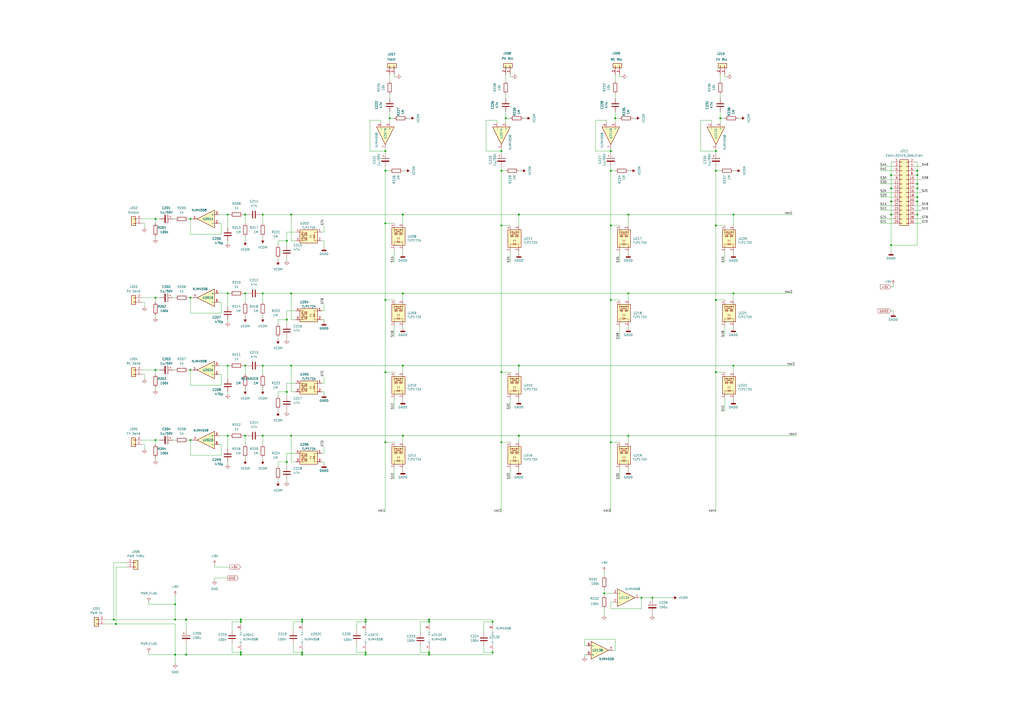
<source format=kicad_sch>
(kicad_sch (version 20250114) (generator "eeschema") (generator_version "9.0")
  (paper "A2")
  (title_block (title "Swticher Matrix 4x4") (date "2025-12-10") (rev "r1p0") (company "Optoland Design") (comment 1 "Chuck Timber"))
  (junction (at 248.92 379.73))
  (junction (at 107.95 359.41))
  (junction (at 532.13 106.68))
  (junction (at 166.37 267.97))
  (junction (at 67.31 361.95))
  (junction (at 132.08 212.09))
  (junction (at 139.7 379.73))
  (junction (at 354.33 173.99))
  (junction (at 90.17 255.27))
  (junction (at 166.37 227.33))
  (junction (at 152.4 212.09))
  (junction (at 354.33 87.63))
  (junction (at 110.49 255.27))
  (junction (at 290.83 215.9))
  (junction (at 516.89 124.46))
  (junction (at 139.7 360.68))
  (junction (at 516.89 142.24))
  (junction (at 142.24 124.46))
  (junction (at 532.13 116.84))
  (junction (at 300.99 252.73))
  (junction (at 212.09 378.46))
  (junction (at 223.52 99.06))
  (junction (at 516.89 109.22))
  (junction (at 300.99 212.09))
  (junction (at 110.49 172.72))
  (junction (at 110.49 214.63))
  (junction (at 233.68 252.73))
  (junction (at 285.75 360.68))
  (junction (at 425.45 170.18))
  (junction (at 223.52 256.54))
  (junction (at 223.52 129.54))
  (junction (at 300.99 124.46))
  (junction (at 516.89 116.84))
  (junction (at 212.09 360.68))
  (junction (at 248.92 360.68))
  (junction (at 417.83 68.58))
  (junction (at 372.11 346.71))
  (junction (at 101.6 350.52))
  (junction (at 101.6 359.41))
  (junction (at 293.37 68.58))
  (junction (at 532.13 99.06))
  (junction (at 223.52 173.99))
  (junction (at 415.29 130.81))
  (junction (at 223.52 215.9))
  (junction (at 142.24 212.09))
  (junction (at 532.13 109.22))
  (junction (at 175.26 379.73))
  (junction (at 233.68 212.09))
  (junction (at 233.68 124.46))
  (junction (at 90.17 214.63))
  (junction (at 152.4 170.18))
  (junction (at 139.7 378.46))
  (junction (at 132.08 252.73))
  (junction (at 354.33 130.81))
  (junction (at 66.04 359.41))
  (junction (at 233.68 170.18))
  (junction (at 290.83 87.63))
  (junction (at 415.29 215.9))
  (junction (at 516.89 101.6))
  (junction (at 425.45 124.46))
  (junction (at 290.83 256.54))
  (junction (at 415.29 87.63))
  (junction (at 285.75 378.46))
  (junction (at 168.91 212.09))
  (junction (at 142.24 252.73))
  (junction (at 223.52 87.63))
  (junction (at 101.6 379.73))
  (junction (at 107.95 379.73))
  (junction (at 175.26 359.41))
  (junction (at 356.87 68.58))
  (junction (at 290.83 99.06))
  (junction (at 364.49 252.73))
  (junction (at 354.33 256.54))
  (junction (at 532.13 114.3))
  (junction (at 90.17 172.72))
  (junction (at 248.92 378.46))
  (junction (at 166.37 139.7))
  (junction (at 175.26 360.68))
  (junction (at 212.09 379.73))
  (junction (at 354.33 99.06))
  (junction (at 248.92 359.41))
  (junction (at 132.08 124.46))
  (junction (at 378.46 346.71))
  (junction (at 532.13 101.6))
  (junction (at 168.91 252.73))
  (junction (at 364.49 170.18))
  (junction (at 415.29 173.99))
  (junction (at 168.91 170.18))
  (junction (at 152.4 124.46))
  (junction (at 139.7 359.41))
  (junction (at 532.13 124.46))
  (junction (at 168.91 124.46))
  (junction (at 132.08 170.18))
  (junction (at 290.83 130.81))
  (junction (at 425.45 212.09))
  (junction (at 415.29 99.06))
  (junction (at 166.37 185.42))
  (junction (at 350.52 344.17))
  (junction (at 175.26 378.46))
  (junction (at 364.49 124.46))
  (junction (at 142.24 170.18))
  (junction (at 226.06 68.58))
  (junction (at 152.4 252.73))
  (junction (at 212.09 359.41))
  (junction (at 90.17 127))
  (junction (at 110.49 127))
  (wire (pts (xy 510.54 111.76) (xy 518.16 111.76)))
  (wire (pts (xy 364.49 124.46) (xy 364.49 130.81)))
  (wire (pts (xy 127 252.73) (xy 132.08 252.73)))
  (wire (pts (xy 166.37 267.97) (xy 166.37 270.51)))
  (wire (pts (xy 143.51 124.46) (xy 142.24 124.46)))
  (wire (pts (xy 171.45 134.62) (xy 166.37 134.62)))
  (wire (pts (xy 370.84 346.71) (xy 372.11 346.71)))
  (wire (pts (xy 111.76 127) (xy 110.49 127)))
  (wire (pts (xy 516.89 109.22) (xy 518.16 109.22)))
  (wire (pts (xy 175.26 378.46) (xy 175.26 379.73)))
  (wire (pts (xy 510.54 99.06) (xy 518.16 99.06)))
  (wire (pts (xy 510.54 127) (xy 518.16 127)))
  (wire (pts (xy 139.7 360.68) (xy 139.7 361.95)))
  (wire (pts (xy 290.83 215.9) (xy 290.83 256.54)))
  (wire (pts (xy 143.51 170.18) (xy 142.24 170.18)))
  (wire (pts (xy 226.06 54.61) (xy 226.06 57.15)))
  (wire (pts (xy 175.26 359.41) (xy 212.09 359.41)))
  (wire (pts (xy 420.37 44.45) (xy 421.64 44.45)))
  (wire (pts (xy 425.45 189.23) (xy 425.45 190.5)))
  (wire (pts (xy 166.37 180.34) (xy 166.37 185.42)))
  (wire (pts (xy 532.13 101.6) (xy 532.13 106.68)))
  (wire (pts (xy 128.27 257.81) (xy 128.27 264.16)))
  (wire (pts (xy 187.96 267.97) (xy 187.96 269.24)))
  (wire (pts (xy 133.35 212.09) (xy 132.08 212.09)))
  (wire (pts (xy 372.11 346.71) (xy 372.11 353.06)))
  (wire (pts (xy 152.4 170.18) (xy 152.4 175.26)))
  (wire (pts (xy 415.29 87.63) (xy 415.29 88.9)))
  (wire (pts (xy 420.37 43.18) (xy 420.37 44.45)))
  (wire (pts (xy 111.76 172.72) (xy 110.49 172.72)))
  (wire (pts (xy 285.75 377.19) (xy 285.75 378.46)))
  (wire (pts (xy 166.37 262.89) (xy 166.37 267.97)))
  (wire (pts (xy 420.37 146.05) (xy 420.37 152.4)))
  (wire (pts (xy 233.68 271.78) (xy 233.68 273.05)))
  (wire (pts (xy 82.55 257.81) (xy 83.82 257.81)))
  (wire (pts (xy 133.35 170.18) (xy 132.08 170.18)))
  (wire (pts (xy 187.96 139.7) (xy 187.96 143.51)))
  (wire (pts (xy 233.68 124.46) (xy 233.68 129.54)))
  (wire (pts (xy 82.55 217.17) (xy 83.82 217.17)))
  (wire (pts (xy 92.71 214.63) (xy 90.17 214.63)))
  (wire (pts (xy 142.24 137.16) (xy 142.24 139.7)))
  (wire (pts (xy 152.4 124.46) (xy 151.13 124.46)))
  (wire (pts (xy 415.29 215.9) (xy 420.37 215.9)))
  (wire (pts (xy 168.91 227.33) (xy 171.45 227.33)))
  (wire (pts (xy 233.68 99.06) (xy 234.95 99.06)))
  (wire (pts (xy 285.75 379.73) (xy 248.92 379.73)))
  (wire (pts (xy 364.49 99.06) (xy 365.76 99.06)))
  (wire (pts (xy 82.55 175.26) (xy 83.82 175.26)))
  (wire (pts (xy 228.6 231.14) (xy 228.6 237.49)))
  (wire (pts (xy 166.37 149.86) (xy 166.37 151.13)))
  (wire (pts (xy 530.86 106.68) (xy 532.13 106.68)))
  (wire (pts (xy 415.29 99.06) (xy 417.83 99.06)))
  (wire (pts (xy 530.86 109.22) (xy 532.13 109.22)))
  (wire (pts (xy 228.6 43.18) (xy 228.6 44.45)))
  (wire (pts (xy 417.83 43.18) (xy 417.83 46.99)))
  (wire (pts (xy 207.01 360.68) (xy 212.09 360.68)))
  (wire (pts (xy 187.96 227.33) (xy 187.96 228.6)))
  (wire (pts (xy 223.52 129.54) (xy 223.52 173.99)))
  (wire (pts (xy 124.46 328.93) (xy 124.46 327.66)))
  (wire (pts (xy 166.37 237.49) (xy 166.37 238.76)))
  (wire (pts (xy 243.84 378.46) (xy 248.92 378.46)))
  (wire (pts (xy 142.24 124.46) (xy 142.24 129.54)))
  (wire (pts (xy 223.52 99.06) (xy 223.52 129.54)))
  (wire (pts (xy 354.33 173.99) (xy 359.41 173.99)))
  (wire (pts (xy 510.54 96.52) (xy 518.16 96.52)))
  (wire (pts (xy 107.95 359.41) (xy 107.95 365.76)))
  (wire (pts (xy 530.86 114.3) (xy 532.13 114.3)))
  (wire (pts (xy 101.6 361.95) (xy 101.6 379.73)))
  (wire (pts (xy 90.17 172.72) (xy 82.55 172.72)))
  (wire (pts (xy 90.17 255.27) (xy 82.55 255.27)))
  (wire (pts (xy 516.89 116.84) (xy 516.89 124.46)))
  (wire (pts (xy 510.54 119.38) (xy 518.16 119.38)))
  (wire (pts (xy 516.89 116.84) (xy 518.16 116.84)))
  (wire (pts (xy 359.41 271.78) (xy 359.41 278.13)))
  (wire (pts (xy 248.92 378.46) (xy 248.92 379.73)))
  (wire (pts (xy 127 212.09) (xy 132.08 212.09)))
  (wire (pts (xy 530.86 93.98) (xy 532.13 93.98)))
  (wire (pts (xy 127 175.26) (xy 128.27 175.26)))
  (wire (pts (xy 132.08 124.46) (xy 132.08 132.08)))
  (wire (pts (xy 359.41 189.23) (xy 359.41 196.85)))
  (wire (pts (xy 142.24 124.46) (xy 140.97 124.46)))
  (wire (pts (xy 532.13 99.06) (xy 532.13 101.6)))
  (wire (pts (xy 139.7 377.19) (xy 139.7 378.46)))
  (wire (pts (xy 412.75 71.12) (xy 412.75 69.85)))
  (wire (pts (xy 300.99 252.73) (xy 300.99 256.54)))
  (wire (pts (xy 351.79 71.12) (xy 351.79 69.85)))
  (wire (pts (xy 345.44 69.85) (xy 345.44 87.63)))
  (wire (pts (xy 356.87 43.18) (xy 356.87 46.99)))
  (wire (pts (xy 223.52 99.06) (xy 226.06 99.06)))
  (wire (pts (xy 354.33 86.36) (xy 354.33 87.63)))
  (wire (pts (xy 171.45 185.42) (xy 168.91 185.42)))
  (wire (pts (xy 356.87 370.84) (xy 356.87 377.19)))
  (wire (pts (xy 166.37 222.25) (xy 166.37 227.33)))
  (wire (pts (xy 300.99 212.09) (xy 300.99 215.9)))
  (wire (pts (xy 226.06 43.18) (xy 226.06 46.99)))
  (wire (pts (xy 128.27 129.54) (xy 128.27 135.89)))
  (wire (pts (xy 372.11 346.71) (xy 378.46 346.71)))
  (wire (pts (xy 350.52 344.17) (xy 350.52 345.44)))
  (wire (pts (xy 101.6 255.27) (xy 100.33 255.27)))
  (wire (pts (xy 425.45 231.14) (xy 425.45 232.41)))
  (wire (pts (xy 133.35 328.93) (xy 124.46 328.93)))
  (wire (pts (xy 425.45 212.09) (xy 461.01 212.09)))
  (wire (pts (xy 518.16 180.34) (xy 518.16 181.61)))
  (wire (pts (xy 530.86 104.14) (xy 534.67 104.14)))
  (wire (pts (xy 152.4 252.73) (xy 151.13 252.73)))
  (wire (pts (xy 152.4 257.81) (xy 152.4 252.73)))
  (wire (pts (xy 152.4 217.17) (xy 152.4 212.09)))
  (wire (pts (xy 171.45 267.97) (xy 168.91 267.97)))
  (wire (pts (xy 300.99 99.06) (xy 302.26 99.06)))
  (wire (pts (xy 228.6 189.23) (xy 228.6 195.58)))
  (wire (pts (xy 161.29 195.58) (xy 161.29 196.85)))
  (wire (pts (xy 378.46 355.6) (xy 378.46 356.87)))
  (wire (pts (xy 233.68 231.14) (xy 233.68 232.41)))
  (wire (pts (xy 107.95 359.41) (xy 139.7 359.41)))
  (wire (pts (xy 295.91 44.45) (xy 297.18 44.45)))
  (wire (pts (xy 226.06 68.58) (xy 228.6 68.58)))
  (wire (pts (xy 354.33 349.25) (xy 355.6 349.25)))
  (wire (pts (xy 175.26 360.68) (xy 175.26 361.95)))
  (wire (pts (xy 354.33 353.06) (xy 372.11 353.06)))
  (wire (pts (xy 415.29 96.52) (xy 415.29 99.06)))
  (wire (pts (xy 207.01 378.46) (xy 212.09 378.46)))
  (wire (pts (xy 425.45 99.06) (xy 426.72 99.06)))
  (wire (pts (xy 101.6 350.52) (xy 101.6 359.41)))
  (wire (pts (xy 226.06 68.58) (xy 226.06 71.12)))
  (wire (pts (xy 350.52 344.17) (xy 355.6 344.17)))
  (wire (pts (xy 293.37 68.58) (xy 295.91 68.58)))
  (wire (pts (xy 243.84 360.68) (xy 248.92 360.68)))
  (wire (pts (xy 127 129.54) (xy 128.27 129.54)))
  (wire (pts (xy 142.24 170.18) (xy 142.24 175.26)))
  (wire (pts (xy 290.83 96.52) (xy 290.83 99.06)))
  (wire (pts (xy 516.89 146.05) (xy 516.89 142.24)))
  (wire (pts (xy 223.52 96.52) (xy 223.52 99.06)))
  (wire (pts (xy 285.75 360.68) (xy 285.75 361.95)))
  (wire (pts (xy 90.17 214.63) (xy 90.17 217.17)))
  (wire (pts (xy 293.37 54.61) (xy 293.37 57.15)))
  (wire (pts (xy 378.46 346.71) (xy 378.46 347.98)))
  (wire (pts (xy 281.94 87.63) (xy 290.83 87.63)))
  (wire (pts (xy 355.6 377.19) (xy 356.87 377.19)))
  (wire (pts (xy 67.31 361.95) (xy 101.6 361.95)))
  (wire (pts (xy 226.06 64.77) (xy 226.06 68.58)))
  (wire (pts (xy 128.27 217.17) (xy 128.27 223.52)))
  (wire (pts (xy 364.49 189.23) (xy 364.49 190.5)))
  (wire (pts (xy 86.36 349.25) (xy 86.36 350.52)))
  (wire (pts (xy 248.92 377.19) (xy 248.92 378.46)))
  (wire (pts (xy 223.52 215.9) (xy 223.52 256.54)))
  (wire (pts (xy 350.52 341.63) (xy 350.52 344.17)))
  (wire (pts (xy 406.4 69.85) (xy 406.4 87.63)))
  (wire (pts (xy 356.87 64.77) (xy 356.87 68.58)))
  (wire (pts (xy 168.91 252.73) (xy 233.68 252.73)))
  (wire (pts (xy 300.99 271.78) (xy 300.99 273.05)))
  (wire (pts (xy 530.86 119.38) (xy 534.67 119.38)))
  (wire (pts (xy 425.45 124.46) (xy 459.74 124.46)))
  (wire (pts (xy 300.99 231.14) (xy 300.99 232.41)))
  (wire (pts (xy 364.49 170.18) (xy 425.45 170.18)))
  (wire (pts (xy 223.52 86.36) (xy 223.52 87.63)))
  (wire (pts (xy 212.09 378.46) (xy 212.09 379.73)))
  (wire (pts (xy 175.26 359.41) (xy 175.26 360.68)))
  (wire (pts (xy 354.33 349.25) (xy 354.33 353.06)))
  (wire (pts (xy 170.18 373.38) (xy 170.18 378.46)))
  (wire (pts (xy 212.09 360.68) (xy 212.09 361.95)))
  (wire (pts (xy 223.52 256.54) (xy 228.6 256.54)))
  (wire (pts (xy 187.96 180.34) (xy 187.96 176.53)))
  (wire (pts (xy 233.68 256.54) (xy 233.68 252.73)))
  (wire (pts (xy 134.62 360.68) (xy 139.7 360.68)))
  (wire (pts (xy 233.68 170.18) (xy 364.49 170.18)))
  (wire (pts (xy 356.87 68.58) (xy 356.87 71.12)))
  (wire (pts (xy 161.29 227.33) (xy 166.37 227.33)))
  (wire (pts (xy 300.99 124.46) (xy 300.99 130.81)))
  (wire (pts (xy 233.68 252.73) (xy 300.99 252.73)))
  (wire (pts (xy 420.37 231.14) (xy 420.37 238.76)))
  (wire (pts (xy 354.33 130.81) (xy 354.33 173.99)))
  (wire (pts (xy 364.49 124.46) (xy 425.45 124.46)))
  (wire (pts (xy 127 217.17) (xy 128.27 217.17)))
  (wire (pts (xy 90.17 214.63) (xy 82.55 214.63)))
  (wire (pts (xy 212.09 379.73) (xy 175.26 379.73)))
  (wire (pts (xy 415.29 86.36) (xy 415.29 87.63)))
  (wire (pts (xy 107.95 379.73) (xy 101.6 379.73)))
  (wire (pts (xy 142.24 252.73) (xy 140.97 252.73)))
  (wire (pts (xy 223.52 173.99) (xy 228.6 173.99)))
  (wire (pts (xy 530.86 111.76) (xy 534.67 111.76)))
  (wire (pts (xy 516.89 101.6) (xy 518.16 101.6)))
  (wire (pts (xy 233.68 212.09) (xy 300.99 212.09)))
  (wire (pts (xy 364.49 252.73) (xy 462.28 252.73)))
  (wire (pts (xy 110.49 255.27) (xy 109.22 255.27)))
  (wire (pts (xy 152.4 129.54) (xy 152.4 124.46)))
  (wire (pts (xy 220.98 71.12) (xy 220.98 69.85)))
  (wire (pts (xy 110.49 127) (xy 109.22 127)))
  (wire (pts (xy 530.86 96.52) (xy 534.67 96.52)))
  (wire (pts (xy 132.08 252.73) (xy 132.08 260.35)))
  (wire (pts (xy 290.83 256.54) (xy 290.83 297.18)))
  (wire (pts (xy 66.04 326.39) (xy 73.66 326.39)))
  (wire (pts (xy 532.13 109.22) (xy 532.13 114.3)))
  (wire (pts (xy 161.29 139.7) (xy 161.29 142.24)))
  (wire (pts (xy 110.49 181.61) (xy 110.49 172.72)))
  (wire (pts (xy 425.45 146.05) (xy 425.45 147.32)))
  (wire (pts (xy 510.54 129.54) (xy 518.16 129.54)))
  (wire (pts (xy 354.33 256.54) (xy 354.33 297.18)))
  (wire (pts (xy 175.26 379.73) (xy 139.7 379.73)))
  (wire (pts (xy 86.36 378.46) (xy 86.36 379.73)))
  (wire (pts (xy 166.37 185.42) (xy 161.29 185.42)))
  (wire (pts (xy 223.52 87.63) (xy 223.52 88.9)))
  (wire (pts (xy 128.27 223.52) (xy 110.49 223.52)))
  (wire (pts (xy 83.82 257.81) (xy 83.82 260.35)))
  (wire (pts (xy 510.54 106.68) (xy 518.16 106.68)))
  (wire (pts (xy 166.37 187.96) (xy 166.37 185.42)))
  (wire (pts (xy 142.24 265.43) (xy 142.24 266.7)))
  (wire (pts (xy 233.68 144.78) (xy 233.68 147.32)))
  (wire (pts (xy 166.37 278.13) (xy 166.37 279.4)))
  (wire (pts (xy 166.37 195.58) (xy 166.37 196.85)))
  (wire (pts (xy 532.13 114.3) (xy 532.13 116.84)))
  (wire (pts (xy 171.45 222.25) (xy 166.37 222.25)))
  (wire (pts (xy 516.89 166.37) (xy 518.16 166.37)))
  (wire (pts (xy 293.37 43.18) (xy 293.37 46.99)))
  (wire (pts (xy 90.17 182.88) (xy 90.17 184.15)))
  (wire (pts (xy 233.68 173.99) (xy 233.68 170.18)))
  (wire (pts (xy 128.27 264.16) (xy 110.49 264.16)))
  (wire (pts (xy 280.67 374.65) (xy 280.67 378.46)))
  (wire (pts (xy 300.99 252.73) (xy 364.49 252.73)))
  (wire (pts (xy 168.91 212.09) (xy 233.68 212.09)))
  (wire (pts (xy 510.54 121.92) (xy 518.16 121.92)))
  (wire (pts (xy 367.03 68.58) (xy 368.3 68.58)))
  (wire (pts (xy 168.91 139.7) (xy 168.91 124.46)))
  (wire (pts (xy 223.52 256.54) (xy 223.52 297.18)))
  (wire (pts (xy 248.92 360.68) (xy 248.92 361.95)))
  (wire (pts (xy 228.6 152.4) (xy 228.6 144.78)))
  (wire (pts (xy 187.96 134.62) (xy 187.96 130.81)))
  (wire (pts (xy 354.33 99.06) (xy 356.87 99.06)))
  (wire (pts (xy 143.51 252.73) (xy 142.24 252.73)))
  (wire (pts (xy 152.4 224.79) (xy 152.4 226.06)))
  (wire (pts (xy 212.09 359.41) (xy 248.92 359.41)))
  (wire (pts (xy 161.29 139.7) (xy 166.37 139.7)))
  (wire (pts (xy 168.91 212.09) (xy 168.91 227.33)))
  (wire (pts (xy 110.49 264.16) (xy 110.49 255.27)))
  (wire (pts (xy 516.89 93.98) (xy 518.16 93.98)))
  (wire (pts (xy 354.33 130.81) (xy 359.41 130.81)))
  (wire (pts (xy 510.54 114.3) (xy 518.16 114.3)))
  (wire (pts (xy 161.29 237.49) (xy 161.29 238.76)))
  (wire (pts (xy 161.29 149.86) (xy 161.29 151.13)))
  (wire (pts (xy 143.51 212.09) (xy 142.24 212.09)))
  (wire (pts (xy 288.29 71.12) (xy 288.29 69.85)))
  (wire (pts (xy 67.31 328.93) (xy 73.66 328.93)))
  (wire (pts (xy 415.29 99.06) (xy 415.29 130.81)))
  (wire (pts (xy 223.52 129.54) (xy 228.6 129.54)))
  (wire (pts (xy 364.49 170.18) (xy 364.49 173.99)))
  (wire (pts (xy 90.17 172.72) (xy 90.17 175.26)))
  (wire (pts (xy 142.24 212.09) (xy 140.97 212.09)))
  (wire (pts (xy 243.84 367.03) (xy 243.84 360.68)))
  (wire (pts (xy 212.09 359.41) (xy 212.09 360.68)))
  (wire (pts (xy 187.96 222.25) (xy 187.96 218.44)))
  (wire (pts (xy 339.09 379.73) (xy 339.09 381)))
  (wire (pts (xy 290.83 215.9) (xy 295.91 215.9)))
  (wire (pts (xy 107.95 373.38) (xy 107.95 379.73)))
  (wire (pts (xy 161.29 267.97) (xy 166.37 267.97)))
  (wire (pts (xy 110.49 135.89) (xy 110.49 127)))
  (wire (pts (xy 516.89 124.46) (xy 516.89 142.24)))
  (wire (pts (xy 101.6 172.72) (xy 100.33 172.72)))
  (wire (pts (xy 425.45 212.09) (xy 425.45 215.9)))
  (wire (pts (xy 425.45 124.46) (xy 425.45 130.81)))
  (wire (pts (xy 161.29 227.33) (xy 161.29 229.87)))
  (wire (pts (xy 83.82 175.26) (xy 83.82 177.8)))
  (wire (pts (xy 151.13 170.18) (xy 152.4 170.18)))
  (wire (pts (xy 90.17 265.43) (xy 90.17 266.7)))
  (wire (pts (xy 290.83 256.54) (xy 295.91 256.54)))
  (wire (pts (xy 161.29 185.42) (xy 161.29 187.96)))
  (wire (pts (xy 90.17 255.27) (xy 90.17 257.81)))
  (wire (pts (xy 127 124.46) (xy 132.08 124.46)))
  (wire (pts (xy 417.83 68.58) (xy 417.83 71.12)))
  (wire (pts (xy 207.01 373.38) (xy 207.01 378.46)))
  (wire (pts (xy 83.82 217.17) (xy 83.82 219.71)))
  (wire (pts (xy 132.08 185.42) (xy 132.08 186.69)))
  (wire (pts (xy 170.18 365.76) (xy 170.18 360.68)))
  (wire (pts (xy 111.76 214.63) (xy 110.49 214.63)))
  (wire (pts (xy 293.37 68.58) (xy 293.37 71.12)))
  (wire (pts (xy 354.33 173.99) (xy 354.33 256.54)))
  (wire (pts (xy 532.13 124.46) (xy 532.13 142.24)))
  (wire (pts (xy 166.37 227.33) (xy 166.37 229.87)))
  (wire (pts (xy 161.29 267.97) (xy 161.29 270.51)))
  (wire (pts (xy 280.67 360.68) (xy 285.75 360.68)))
  (wire (pts (xy 228.6 44.45) (xy 229.87 44.45)))
  (wire (pts (xy 128.27 181.61) (xy 110.49 181.61)))
  (wire (pts (xy 339.09 370.84) (xy 339.09 374.65)))
  (wire (pts (xy 214.63 69.85) (xy 214.63 87.63)))
  (wire (pts (xy 415.29 173.99) (xy 420.37 173.99)))
  (wire (pts (xy 290.83 99.06) (xy 293.37 99.06)))
  (wire (pts (xy 142.24 182.88) (xy 142.24 184.15)))
  (wire (pts (xy 417.83 54.61) (xy 417.83 57.15)))
  (wire (pts (xy 516.89 124.46) (xy 518.16 124.46)))
  (wire (pts (xy 152.4 182.88) (xy 152.4 184.15)))
  (wire (pts (xy 427.99 68.58) (xy 429.26 68.58)))
  (wire (pts (xy 364.49 146.05) (xy 364.49 147.32)))
  (wire (pts (xy 530.86 116.84) (xy 532.13 116.84)))
  (wire (pts (xy 233.68 124.46) (xy 300.99 124.46)))
  (wire (pts (xy 111.76 255.27) (xy 110.49 255.27)))
  (wire (pts (xy 90.17 224.79) (xy 90.17 226.06)))
  (wire (pts (xy 364.49 252.73) (xy 364.49 256.54)))
  (wire (pts (xy 139.7 359.41) (xy 139.7 360.68)))
  (wire (pts (xy 134.62 378.46) (xy 139.7 378.46)))
  (wire (pts (xy 339.09 379.73) (xy 340.36 379.73)))
  (wire (pts (xy 90.17 127) (xy 90.17 129.54)))
  (wire (pts (xy 530.86 129.54) (xy 534.67 129.54)))
  (wire (pts (xy 295.91 231.14) (xy 295.91 237.49)))
  (wire (pts (xy 295.91 146.05) (xy 295.91 152.4)))
  (wire (pts (xy 530.86 121.92) (xy 534.67 121.92)))
  (wire (pts (xy 101.6 345.44) (xy 101.6 350.52)))
  (wire (pts (xy 186.69 134.62) (xy 187.96 134.62)))
  (wire (pts (xy 110.49 172.72) (xy 109.22 172.72)))
  (wire (pts (xy 417.83 64.77) (xy 417.83 68.58)))
  (wire (pts (xy 518.16 166.37) (xy 518.16 165.1)))
  (wire (pts (xy 170.18 360.68) (xy 175.26 360.68)))
  (wire (pts (xy 290.83 86.36) (xy 290.83 87.63)))
  (wire (pts (xy 248.92 359.41) (xy 248.92 360.68)))
  (wire (pts (xy 92.71 172.72) (xy 90.17 172.72)))
  (wire (pts (xy 530.86 99.06) (xy 532.13 99.06)))
  (wire (pts (xy 142.24 212.09) (xy 142.24 217.17)))
  (wire (pts (xy 425.45 170.18) (xy 459.74 170.18)))
  (wire (pts (xy 90.17 127) (xy 82.55 127)))
  (wire (pts (xy 166.37 139.7) (xy 166.37 142.24)))
  (wire (pts (xy 168.91 170.18) (xy 233.68 170.18)))
  (wire (pts (xy 300.99 212.09) (xy 425.45 212.09)))
  (wire (pts (xy 142.24 252.73) (xy 142.24 257.81)))
  (wire (pts (xy 510.54 104.14) (xy 518.16 104.14)))
  (wire (pts (xy 300.99 124.46) (xy 364.49 124.46)))
  (wire (pts (xy 516.89 109.22) (xy 516.89 116.84)))
  (wire (pts (xy 110.49 214.63) (xy 109.22 214.63)))
  (wire (pts (xy 152.4 137.16) (xy 152.4 138.43)))
  (wire (pts (xy 67.31 328.93) (xy 67.31 361.95)))
  (wire (pts (xy 186.69 185.42) (xy 187.96 185.42)))
  (wire (pts (xy 530.86 124.46) (xy 532.13 124.46)))
  (wire (pts (xy 168.91 124.46) (xy 233.68 124.46)))
  (wire (pts (xy 187.96 262.89) (xy 187.96 259.08)))
  (wire (pts (xy 83.82 129.54) (xy 83.82 132.08)))
  (wire (pts (xy 128.27 135.89) (xy 110.49 135.89)))
  (wire (pts (xy 516.89 93.98) (xy 516.89 101.6)))
  (wire (pts (xy 425.45 170.18) (xy 425.45 173.99)))
  (wire (pts (xy 101.6 214.63) (xy 100.33 214.63)))
  (wire (pts (xy 207.01 365.76) (xy 207.01 360.68)))
  (wire (pts (xy 532.13 116.84) (xy 532.13 124.46)))
  (wire (pts (xy 175.26 377.19) (xy 175.26 378.46)))
  (wire (pts (xy 288.29 69.85) (xy 281.94 69.85)))
  (wire (pts (xy 214.63 87.63) (xy 223.52 87.63)))
  (wire (pts (xy 295.91 271.78) (xy 295.91 278.13)))
  (wire (pts (xy 300.99 146.05) (xy 300.99 147.32)))
  (wire (pts (xy 139.7 359.41) (xy 175.26 359.41)))
  (wire (pts (xy 412.75 69.85) (xy 406.4 69.85)))
  (wire (pts (xy 351.79 69.85) (xy 345.44 69.85)))
  (wire (pts (xy 168.91 267.97) (xy 168.91 252.73)))
  (wire (pts (xy 406.4 87.63) (xy 415.29 87.63)))
  (wire (pts (xy 86.36 350.52) (xy 101.6 350.52)))
  (wire (pts (xy 350.52 331.47) (xy 350.52 334.01)))
  (wire (pts (xy 532.13 93.98) (xy 532.13 99.06)))
  (wire (pts (xy 530.86 101.6) (xy 532.13 101.6)))
  (wire (pts (xy 186.69 262.89) (xy 187.96 262.89)))
  (wire (pts (xy 220.98 69.85) (xy 214.63 69.85)))
  (wire (pts (xy 132.08 267.97) (xy 132.08 269.24)))
  (wire (pts (xy 415.29 130.81) (xy 415.29 173.99)))
  (wire (pts (xy 127 170.18) (xy 132.08 170.18)))
  (wire (pts (xy 101.6 127) (xy 100.33 127)))
  (wire (pts (xy 228.6 271.78) (xy 228.6 278.13)))
  (wire (pts (xy 132.08 227.33) (xy 132.08 228.6)))
  (wire (pts (xy 285.75 359.41) (xy 285.75 360.68)))
  (wire (pts (xy 415.29 215.9) (xy 415.29 297.18)))
  (wire (pts (xy 101.6 359.41) (xy 107.95 359.41)))
  (wire (pts (xy 378.46 346.71) (xy 389.89 346.71)))
  (wire (pts (xy 92.71 127) (xy 90.17 127)))
  (wire (pts (xy 415.29 173.99) (xy 415.29 215.9)))
  (wire (pts (xy 152.4 124.46) (xy 168.91 124.46)))
  (wire (pts (xy 223.52 215.9) (xy 228.6 215.9)))
  (wire (pts (xy 171.45 262.89) (xy 166.37 262.89)))
  (wire (pts (xy 516.89 142.24) (xy 532.13 142.24)))
  (wire (pts (xy 171.45 180.34) (xy 166.37 180.34)))
  (wire (pts (xy 281.94 69.85) (xy 281.94 87.63)))
  (wire (pts (xy 66.04 326.39) (xy 66.04 359.41)))
  (wire (pts (xy 350.52 353.06) (xy 350.52 356.87)))
  (wire (pts (xy 233.68 215.9) (xy 233.68 212.09)))
  (wire (pts (xy 354.33 99.06) (xy 354.33 130.81)))
  (wire (pts (xy 339.09 374.65) (xy 340.36 374.65)))
  (wire (pts (xy 212.09 377.19) (xy 212.09 378.46)))
  (wire (pts (xy 152.4 252.73) (xy 168.91 252.73)))
  (wire (pts (xy 142.24 170.18) (xy 140.97 170.18)))
  (wire (pts (xy 420.37 189.23) (xy 420.37 195.58)))
  (wire (pts (xy 166.37 134.62) (xy 166.37 139.7)))
  (wire (pts (xy 243.84 374.65) (xy 243.84 378.46)))
  (wire (pts (xy 530.86 127) (xy 534.67 127)))
  (wire (pts (xy 186.69 222.25) (xy 187.96 222.25)))
  (wire (pts (xy 233.68 189.23) (xy 233.68 190.5)))
  (wire (pts (xy 415.29 130.81) (xy 420.37 130.81)))
  (wire (pts (xy 345.44 87.63) (xy 354.33 87.63)))
  (wire (pts (xy 60.96 359.41) (xy 66.04 359.41)))
  (wire (pts (xy 152.4 170.18) (xy 168.91 170.18)))
  (wire (pts (xy 152.4 212.09) (xy 151.13 212.09)))
  (wire (pts (xy 134.62 365.76) (xy 134.62 360.68)))
  (wire (pts (xy 359.41 44.45) (xy 360.68 44.45)))
  (wire (pts (xy 280.67 367.03) (xy 280.67 360.68)))
  (wire (pts (xy 168.91 185.42) (xy 168.91 170.18)))
  (wire (pts (xy 223.52 173.99) (xy 223.52 215.9)))
  (wire (pts (xy 86.36 379.73) (xy 101.6 379.73)))
  (wire (pts (xy 417.83 68.58) (xy 420.37 68.58)))
  (wire (pts (xy 516.89 101.6) (xy 516.89 109.22)))
  (wire (pts (xy 280.67 378.46) (xy 285.75 378.46)))
  (wire (pts (xy 359.41 146.05) (xy 359.41 152.4)))
  (wire (pts (xy 290.83 87.63) (xy 290.83 88.9)))
  (wire (pts (xy 133.35 124.46) (xy 132.08 124.46)))
  (wire (pts (xy 92.71 255.27) (xy 90.17 255.27)))
  (wire (pts (xy 285.75 378.46) (xy 285.75 379.73)))
  (wire (pts (xy 101.6 379.73) (xy 101.6 384.81)))
  (wire (pts (xy 132.08 212.09) (xy 132.08 219.71)))
  (wire (pts (xy 132.08 335.28) (xy 124.46 335.28)))
  (wire (pts (xy 186.69 180.34) (xy 187.96 180.34)))
  (wire (pts (xy 128.27 175.26) (xy 128.27 181.61)))
  (wire (pts (xy 124.46 335.28) (xy 124.46 336.55)))
  (wire (pts (xy 248.92 379.73) (xy 212.09 379.73)))
  (wire (pts (xy 152.4 265.43) (xy 152.4 266.7)))
  (wire (pts (xy 356.87 68.58) (xy 359.41 68.58)))
  (wire (pts (xy 356.87 54.61) (xy 356.87 57.15)))
  (wire (pts (xy 132.08 170.18) (xy 132.08 177.8)))
  (wire (pts (xy 339.09 370.84) (xy 356.87 370.84)))
  (wire (pts (xy 90.17 137.16) (xy 90.17 138.43)))
  (wire (pts (xy 127 257.81) (xy 128.27 257.81)))
  (wire (pts (xy 110.49 223.52) (xy 110.49 214.63)))
  (wire (pts (xy 295.91 43.18) (xy 295.91 44.45)))
  (wire (pts (xy 132.08 139.7) (xy 132.08 140.97)))
  (wire (pts (xy 186.69 267.97) (xy 187.96 267.97)))
  (wire (pts (xy 170.18 378.46) (xy 175.26 378.46)))
  (wire (pts (xy 364.49 271.78) (xy 364.49 273.05)))
  (wire (pts (xy 290.83 130.81) (xy 290.83 215.9)))
  (wire (pts (xy 303.53 68.58) (xy 304.8 68.58)))
  (wire (pts (xy 66.04 359.41) (xy 101.6 359.41)))
  (wire (pts (xy 354.33 256.54) (xy 359.41 256.54)))
  (wire (pts (xy 186.69 227.33) (xy 187.96 227.33)))
  (wire (pts (xy 142.24 224.79) (xy 142.24 226.06)))
  (wire (pts (xy 139.7 378.46) (xy 139.7 379.73)))
  (wire (pts (xy 290.83 99.06) (xy 290.83 130.81)))
  (wire (pts (xy 171.45 139.7) (xy 168.91 139.7)))
  (wire (pts (xy 516.89 180.34) (xy 518.16 180.34)))
  (wire (pts (xy 354.33 96.52) (xy 354.33 99.06)))
  (wire (pts (xy 290.83 130.81) (xy 295.91 130.81)))
  (wire (pts (xy 82.55 129.54) (xy 83.82 129.54)))
  (wire (pts (xy 60.96 361.95) (xy 67.31 361.95)))
  (wire (pts (xy 236.22 68.58) (xy 237.49 68.58)))
  (wire (pts (xy 161.29 278.13) (xy 161.29 279.4)))
  (wire (pts (xy 359.41 43.18) (xy 359.41 44.45)))
  (wire (pts (xy 187.96 185.42) (xy 187.96 186.69)))
  (wire (pts (xy 354.33 87.63) (xy 354.33 88.9)))
  (wire (pts (xy 293.37 64.77) (xy 293.37 68.58)))
  (wire (pts (xy 139.7 379.73) (xy 107.95 379.73)))
  (wire (pts (xy 248.92 359.41) (xy 285.75 359.41)))
  (wire (pts (xy 134.62 373.38) (xy 134.62 378.46)))
  (wire (pts (xy 152.4 212.09) (xy 168.91 212.09)))
  (wire (pts (xy 133.35 252.73) (xy 132.08 252.73)))
  (wire (pts (xy 186.69 139.7) (xy 187.96 139.7)))
  (wire (pts (xy 532.13 106.68) (xy 532.13 109.22)))
  (label "S3D" (at 510.54 106.68 0))
  (label "S1C" (at 228.6 237.49 90))
  (label "col2" (at 290.83 297.18 180))
  (label "GTD" (at 534.67 129.54 0))
  (label "S3A" (at 359.41 152.4 90))
  (label "S2A" (at 295.91 152.4 90))
  (label "S4A" (at 420.37 152.4 90))
  (label "S4B" (at 420.37 195.58 90))
  (label "GTB" (at 534.67 127 0))
  (label "col4" (at 415.29 297.18 180))
  (label "row3" (at 461.01 212.09 180))
  (label "GTC" (at 187.96 218.44 90))
  (label "GTA" (at 187.96 130.81 90))
  (label "col3" (at 354.33 297.18 180))
  (label "S4A" (at 510.54 96.52 0))
  (label "S2C" (at 295.91 237.49 90))
  (label "row2" (at 459.74 170.18 180))
  (label "S2A" (at 510.54 111.76 0))
  (label "row4" (at 462.28 252.73 180))
  (label "row1" (at 459.74 124.46 180))
  (label "S3A" (at 510.54 104.14 0))
  (label "S2D" (at 295.91 278.13 90))
  (label "GTD" (at 187.96 259.08 90))
  (label "S1C" (at 510.54 121.92 0))
  (label "S2D" (at 510.54 114.3 0))
  (label "GTA" (at 510.54 127 0))
  (label "GTB" (at 187.96 176.53 90))
  (label "S3B" (at 359.41 196.85 90))
  (label "S1D" (at 228.6 278.13 90))
  (label "S1A" (at 228.6 152.4 90))
  (label "S1A" (at 510.54 119.38 0))
  (label "S3B" (at 534.67 104.14 0))
  (label "S2C" (at 534.67 111.76 0))
  (label "col1" (at 223.52 297.18 180))
  (label "S4B" (at 534.67 96.52 0))
  (label "GTC" (at 510.54 129.54 0))
  (label "S1B" (at 534.67 119.38 0))
  (label "S1D" (at 534.67 121.92 0))
  (label "S4C" (at 420.37 238.76 90))
  (label "S1B" (at 228.6 195.58 90))
  (label "S3D" (at 359.41 278.13 90))
  (label "S4C" (at 510.54 99.06 0))
  (global_label "GNDD" (shape input) (at 516.89 180.34 180) (property "Intersheetrefs" "${INTERSHEET_REFS}" (effects (hide yes))))
  (global_label "GND" (shape output) (at 132.08 335.28 0) (property "Intersheetrefs" "${INTERSHEET_REFS}" (effects (hide yes))))
  (global_label "+5V" (shape input) (at 516.89 166.37 180) (property "Intersheetrefs" "${INTERSHEET_REFS}" (effects (hide yes))))
  (global_label "+9V" (shape output) (at 133.35 328.93 0) (property "Intersheetrefs" "${INTERSHEET_REFS}" (effects (hide yes))))
  (symbol (lib_id "Amplifier_Operational:NJM4558") (at 290.83 78.74 270) (unit 1)
    (property "Reference" "U207" (at 290.83 77.47 0))
    (property "Value" "NJM4558" (at 295.91 82.55 0))
    (property "Footprint" "MyLibrary:DMP-8_P1.27mm_HandSolder" (effects (hide yes)))
    (property "Datasheet" "http://www.njr.com/semicon/PDF/NJM4558_NJM4559_E.pdf" (effects (hide yes)))
    (property "Description" "Dual Operational Amplifier, DIP-8/DMP-8/SIP-8/SOP-8/SSOP-8" (effects (hide yes)))
  )
  (symbol (lib_id "Device:R") (at 152.4 133.35 0) (mirror y) (unit 1)
    (property "Reference" "R217" (at 149.86 132.08 0) (effects (justify left)))
    (property "Value" "1M" (at 149.86 134.62 0) (effects (justify left)))
    (property "Footprint" "Resistor_SMD:R_0603_1608Metric_Pad0.98x0.95mm_HandSolder" (effects (hide yes)))
    (property "Description" "Resistor" (effects (hide yes)))
  )
  (symbol (lib_id "Device:C") (at 207.01 369.57 0) (unit 1)
    (property "Reference" "C220" (at 198.374 367.792 0) (effects (justify left)))
    (property "Value" "100n" (at 199.136 371.094 0) (effects (justify left)))
    (property "Footprint" "Capacitor_SMD:C_0603_1608Metric_Pad1.08x0.95mm_HandSolder" (effects (hide yes)))
    (property "Description" "Unpolarized capacitor" (effects (hide yes)))
  )
  (symbol (lib_id "Device:R") (at 142.24 220.98 0) (mirror y) (unit 1)
    (property "Reference" "R215" (at 139.7 219.71 0) (effects (justify right)))
    (property "Value" "1M" (at 139.7 222.25 0) (effects (justify left)))
    (property "Footprint" "Resistor_SMD:R_0603_1608Metric_Pad0.98x0.95mm_HandSolder" (effects (hide yes)))
    (property "Description" "Resistor" (effects (hide yes)))
  )
  (symbol (lib_id "Device:C") (at 293.37 60.96 0) (mirror y) (unit 1)
    (property "Reference" "C226" (at 285.75 60.96 90))
    (property "Value" "47n" (at 288.29 60.96 90))
    (property "Footprint" "Capacitor_THT:C_Rect_L7.0mm_W2.0mm_P5.00mm" (effects (hide yes)))
    (property "Description" "Unpolarized capacitor" (effects (hide yes)))
  )
  (symbol (lib_id "Device:C_Polarized") (at 378.46 351.79 0) (unit 1)
    (property "Reference" "C229" (at 382.27 349.6309 0) (effects (justify left)))
    (property "Value" "100u" (at 382.27 352.1709 0) (effects (justify left)))
    (property "Footprint" "Capacitor_THT:CP_Radial_D5.0mm_P2.00mm" (effects (hide yes)))
    (property "Description" "Polarized capacitor" (effects (hide yes)))
  )
  (symbol (lib_id "Relay_SolidState:TLP222A") (at 422.91 223.52 90) (unit 1)
    (property "Reference" "U222" (at 428.244 223.52 90) (effects (justify right)))
    (property "Value" "TLP172A" (at 427.99 225.806 90) (effects (justify right)))
    (property "Footprint" "Package_SO:SOP-4_3.8x4.1mm_P2.54mm" (effects (hide yes)))
    (property "Datasheet" "https://toshiba.semicon-storage.com/info/docget.jsp?did=17036&prodName=TLP222A" (effects (hide yes)))
    (property "Description" "MOSFET Photorelay 1-Form-A, Voff 60V, Ion 0,5A, DIP4" (effects (hide yes)))
  )
  (symbol (lib_id "Relay_SolidState:TLP222A") (at 361.95 138.43 90) (unit 1)
    (property "Reference" "U217" (at 367.284 138.43 90) (effects (justify right)))
    (property "Value" "TLP172A" (at 367.03 140.716 90) (effects (justify right)))
    (property "Footprint" "Package_SO:SOP-4_3.8x4.1mm_P2.54mm" (effects (hide yes)))
    (property "Datasheet" "https://toshiba.semicon-storage.com/info/docget.jsp?did=17036&prodName=TLP222A" (effects (hide yes)))
    (property "Description" "MOSFET Photorelay 1-Form-A, Voff 60V, Ion 0,5A, DIP4" (effects (hide yes)))
  )
  (symbol (lib_id "power:GNDD") (at 516.89 146.05 0) (mirror y) (unit 1)
    (property "Reference" "#PWR0267" (effects (hide yes)))
    (property "Value" "GNDD" (at 516.89 149.86 0))
    (property "Description" "Power symbol creates a global label with name \"GNDD\" , digital ground" (effects (hide yes)))
  )
  (symbol (lib_id "Device:C_Polarized") (at 107.95 369.57 0) (unit 1)
    (property "Reference" "C205" (at 111.76 367.4109 0) (effects (justify left)))
    (property "Value" "100u" (at 111.76 369.9509 0) (effects (justify left)))
    (property "Footprint" "Capacitor_THT:CP_Radial_D5.0mm_P2.00mm" (effects (hide yes)))
    (property "Description" "Polarized capacitor" (effects (hide yes)))
  )
  (symbol (lib_id "Device:C") (at 243.84 370.84 0) (unit 1)
    (property "Reference" "C223" (at 235.966 369.062 0) (effects (justify left)))
    (property "Value" "100n" (at 235.966 371.602 0) (effects (justify left)))
    (property "Footprint" "Capacitor_SMD:C_0603_1608Metric_Pad1.08x0.95mm_HandSolder" (effects (hide yes)))
    (property "Description" "Unpolarized capacitor" (effects (hide yes)))
  )
  (symbol (lib_id "Device:C_Polarized") (at 415.29 92.71 0) (unit 1)
    (property "Reference" "C230" (at 408.94 92.71 90))
    (property "Value" "1u/50V" (at 411.48 92.71 90))
    (property "Footprint" "Capacitor_THT:CP_Radial_D5.0mm_P2.00mm" (effects (hide yes)))
    (property "Description" "Polarized capacitor" (effects (hide yes)))
  )
  (symbol (lib_id "power:GNDD") (at 518.16 181.61 0) (mirror y) (unit 1)
    (property "Reference" "#PWR0269" (effects (hide yes)))
    (property "Value" "GNDD" (at 518.16 185.42 0))
    (property "Description" "Power symbol creates a global label with name \"GNDD\" , digital ground" (effects (hide yes)))
  )
  (symbol (lib_id "Amplifier_Operational:NJM4558") (at 177.8 369.57 0) (unit 3)
    (property "Reference" "U202" (at 180.086 367.792 0) (effects (justify left)))
    (property "Value" "NJM4558" (at 176.53 370.8399 0) (effects (justify left)))
    (property "Footprint" "MyLibrary:DMP-8_P1.27mm_HandSolder" (effects (hide yes)))
    (property "Datasheet" "http://www.njr.com/semicon/PDF/NJM4558_NJM4559_E.pdf" (effects (hide yes)))
    (property "Description" "Dual Operational Amplifier, DIP-8/DMP-8/SIP-8/SOP-8/SSOP-8" (effects (hide yes)))
  )
  (symbol (lib_id "Device:R") (at 105.41 214.63 270) (mirror x) (unit 1)
    (property "Reference" "R207" (at 105.41 208.28 90))
    (property "Value" "1k" (at 105.41 210.82 90))
    (property "Footprint" "Resistor_SMD:R_0603_1608Metric_Pad0.98x0.95mm_HandSolder" (effects (hide yes)))
    (property "Description" "Resistor" (effects (hide yes)))
  )
  (symbol (lib_id "power:GNDD") (at 425.45 190.5 0) (unit 1)
    (property "Reference" "#PWR0263" (effects (hide yes)))
    (property "Value" "GNDD" (at 425.45 194.31 0))
    (property "Description" "Power symbol creates a global label with name \"GNDD\" , digital ground" (effects (hide yes)))
  )
  (symbol (lib_id "Device:R") (at 299.72 68.58 90) (mirror x) (unit 1)
    (property "Reference" "R230" (at 298.45 62.23 0) (effects (justify left)))
    (property "Value" "1M" (at 300.99 63.5 0) (effects (justify left)))
    (property "Footprint" "Resistor_SMD:R_0603_1608Metric_Pad0.98x0.95mm_HandSolder" (effects (hide yes)))
    (property "Description" "Resistor" (effects (hide yes)))
  )
  (symbol (lib_id "Device:R") (at 105.41 127 270) (mirror x) (unit 1)
    (property "Reference" "R205" (at 105.41 120.65 90))
    (property "Value" "1k" (at 105.41 123.19 90))
    (property "Footprint" "Resistor_SMD:R_0603_1608Metric_Pad0.98x0.95mm_HandSolder" (effects (hide yes)))
    (property "Description" "Resistor" (effects (hide yes)))
  )
  (symbol (lib_id "Relay_SolidState:TLP222A") (at 179.07 265.43 0) (mirror y) (unit 1)
    (property "Reference" "U206" (at 176.53 257.81 0))
    (property "Value" "TLP172A" (at 179.07 260.35 0))
    (property "Footprint" "Package_SO:SOP-4_3.8x4.1mm_P2.54mm" (effects (hide yes)))
    (property "Datasheet" "https://toshiba.semicon-storage.com/info/docget.jsp?did=17036&prodName=TLP222A" (effects (hide yes)))
    (property "Description" "MOSFET Photorelay 1-Form-A, Voff 60V, Ion 0,5A, DIP4" (effects (hide yes)))
  )
  (symbol (lib_id "Connector_Generic:Conn_01x02") (at 359.41 38.1 270) (mirror x) (unit 1)
    (property "Reference" "J209" (at 357.378 30.988 90))
    (property "Value" "RC Rtn" (at 357.632 34.544 90))
    (property "Footprint" "Connector_PinSocket_2.54mm:PinSocket_1x02_P2.54mm_Vertical" (effects (hide yes)))
    (property "Description" "Generic connector, single row, 01x02, script generated (kicad-library-utils/schlib/autogen/connector/)" (effects (hide yes)))
  )
  (symbol (lib_id "Device:C") (at 132.08 223.52 0) (mirror y) (unit 1)
    (property "Reference" "C208" (at 128.27 226.06 0) (effects (justify left)))
    (property "Value" "470p" (at 129.54 228.6 0) (effects (justify left)))
    (property "Footprint" "Capacitor_THT:C_Disc_D6.0mm_W2.5mm_P5.00mm" (effects (hide yes)))
    (property "Description" "Unpolarized capacitor" (effects (hide yes)))
  )
  (symbol (lib_id "power:PWR_FLAG") (at 86.36 349.25 0) (unit 1)
    (property "Reference" "#FLG0201" (effects (hide yes)))
    (property "Value" "PWR_FLAG" (at 86.36 344.17 0))
    (property "Description" "Special symbol for telling ERC where power comes from" (effects (hide yes)))
  )
  (symbol (lib_id "Device:C") (at 170.18 369.57 0) (unit 1)
    (property "Reference" "C219" (at 161.29 367.792 0) (effects (justify left)))
    (property "Value" "100n" (at 161.036 370.84 0) (effects (justify left)))
    (property "Footprint" "Capacitor_SMD:C_0603_1608Metric_Pad1.08x0.95mm_HandSolder" (effects (hide yes)))
    (property "Description" "Unpolarized capacitor" (effects (hide yes)))
  )
  (symbol (lib_id "power:GND") (at 166.37 238.76 0) (mirror y) (unit 1)
    (property "Reference" "#PWR0231" (effects (hide yes)))
    (property "Value" "GND" (effects (hide yes)))
    (property "Description" "Power symbol creates a global label with name \"GND\" , ground" (effects (hide yes)))
  )
  (symbol (lib_id "power:+9V") (at 101.6 345.44 0) (unit 1)
    (property "Reference" "#PWR0209" (effects (hide yes)))
    (property "Value" "+9V" (at 101.6 340.36 0))
    (property "Description" "Power symbol creates a global label with name \"+9V\"" (effects (hide yes)))
  )
  (symbol (lib_id "Device:R") (at 90.17 220.98 0) (mirror x) (unit 1)
    (property "Reference" "R203" (at 96.52 219.71 0) (effects (justify right)))
    (property "Value" "100k" (at 97.79 222.25 0) (effects (justify right)))
    (property "Footprint" "Resistor_SMD:R_0603_1608Metric_Pad0.98x0.95mm_HandSolder" (effects (hide yes)))
    (property "Description" "Resistor" (effects (hide yes)))
  )
  (symbol (lib_id "Amplifier_Operational:NJM4558") (at 119.38 214.63 0) (mirror y) (unit 1)
    (property "Reference" "U202" (at 120.65 214.63 0))
    (property "Value" "NJM4558" (at 115.57 209.55 0))
    (property "Footprint" "MyLibrary:DMP-8_P1.27mm_HandSolder" (effects (hide yes)))
    (property "Datasheet" "http://www.njr.com/semicon/PDF/NJM4558_NJM4559_E.pdf" (effects (hide yes)))
    (property "Description" "Dual Operational Amplifier, DIP-8/DMP-8/SIP-8/SOP-8/SSOP-8" (effects (hide yes)))
  )
  (symbol (lib_id "Device:R") (at 152.4 261.62 0) (mirror y) (unit 1)
    (property "Reference" "R220" (at 149.86 260.35 0) (effects (justify left)))
    (property "Value" "1M" (at 149.86 262.89 0) (effects (justify left)))
    (property "Footprint" "Resistor_SMD:R_0603_1608Metric_Pad0.98x0.95mm_HandSolder" (effects (hide yes)))
    (property "Description" "Resistor" (effects (hide yes)))
  )
  (symbol (lib_id "power:GNDD") (at 187.96 186.69 0) (mirror y) (unit 1)
    (property "Reference" "#PWR0234" (effects (hide yes)))
    (property "Value" "GNDD" (at 187.96 190.5 0))
    (property "Description" "Power symbol creates a global label with name \"GNDD\" , digital ground" (effects (hide yes)))
  )
  (symbol (lib_id "power:GND") (at 339.09 381 0) (mirror y) (unit 1)
    (property "Reference" "#PWR0250" (effects (hide yes)))
    (property "Value" "GND" (effects (hide yes)))
    (property "Description" "Power symbol creates a global label with name \"GND\" , ground" (effects (hide yes)))
  )
  (symbol (lib_id "Device:R") (at 232.41 68.58 90) (mirror x) (unit 1)
    (property "Reference" "R227" (at 231.14 62.23 0) (effects (justify left)))
    (property "Value" "1M" (at 233.68 63.5 0) (effects (justify left)))
    (property "Footprint" "Resistor_SMD:R_0603_1608Metric_Pad0.98x0.95mm_HandSolder" (effects (hide yes)))
    (property "Description" "Resistor" (effects (hide yes)))
  )
  (symbol (lib_id "Relay_SolidState:TLP222A") (at 298.45 223.52 90) (unit 1)
    (property "Reference" "U215" (at 303.784 223.52 90) (effects (justify right)))
    (property "Value" "TLP172A" (at 303.53 225.806 90) (effects (justify right)))
    (property "Footprint" "Package_SO:SOP-4_3.8x4.1mm_P2.54mm" (effects (hide yes)))
    (property "Datasheet" "https://toshiba.semicon-storage.com/info/docget.jsp?did=17036&prodName=TLP222A" (effects (hide yes)))
    (property "Description" "MOSFET Photorelay 1-Form-A, Voff 60V, Ion 0,5A, DIP4" (effects (hide yes)))
  )
  (symbol (lib_id "Device:C_Polarized") (at 96.52 255.27 270) (unit 1)
    (property "Reference" "C204" (at 96.52 248.92 90))
    (property "Value" "1u/50V" (at 96.52 251.46 90))
    (property "Footprint" "Capacitor_THT:CP_Radial_D5.0mm_P2.00mm" (effects (hide yes)))
    (property "Description" "Polarized capacitor" (effects (hide yes)))
  )
  (symbol (lib_id "Device:C") (at 132.08 181.61 0) (mirror y) (unit 1)
    (property "Reference" "C207" (at 128.27 184.15 0) (effects (justify left)))
    (property "Value" "470p" (at 129.54 186.69 0) (effects (justify left)))
    (property "Footprint" "Capacitor_THT:C_Disc_D6.0mm_W2.5mm_P5.00mm" (effects (hide yes)))
    (property "Description" "Unpolarized capacitor" (effects (hide yes)))
  )
  (symbol (lib_id "Device:R") (at 137.16 124.46 270) (mirror x) (unit 1)
    (property "Reference" "R209" (at 137.16 118.11 90))
    (property "Value" "1k" (at 137.16 120.65 90))
    (property "Footprint" "Resistor_SMD:R_0603_1608Metric_Pad0.98x0.95mm_HandSolder" (effects (hide yes)))
    (property "Description" "Resistor" (effects (hide yes)))
  )
  (symbol (lib_id "Connector_Generic:Conn_02x15_Odd_Even") (at 523.24 111.76 0) (unit 1)
    (property "Reference" "J211" (at 524.51 87.63 0))
    (property "Value" "Conn_02x15_Odd_Even" (at 524.51 90.17 0))
    (property "Footprint" "Connector_PinHeader_2.54mm:PinHeader_2x15_P2.54mm_Vertical" (effects (hide yes)))
    (property "Description" "Generic connector, double row, 02x15, odd/even pin numbering scheme (row 1 odd numbers, row 2 even numbers), script generated (kicad-library-utils/schlib/autogen/connector/)" (effects (hide yes)))
  )
  (symbol (lib_id "Device:R") (at 142.24 179.07 0) (mirror y) (unit 1)
    (property "Reference" "R214" (at 139.7 177.8 0) (effects (justify left)))
    (property "Value" "1M" (at 139.7 180.34 0) (effects (justify left)))
    (property "Footprint" "Resistor_SMD:R_0603_1608Metric_Pad0.98x0.95mm_HandSolder" (effects (hide yes)))
    (property "Description" "Resistor" (effects (hide yes)))
  )
  (symbol (lib_id "Device:R") (at 142.24 133.35 0) (mirror y) (unit 1)
    (property "Reference" "R213" (at 139.7 132.08 0) (effects (justify left)))
    (property "Value" "1M" (at 139.7 134.62 0) (effects (justify left)))
    (property "Footprint" "Resistor_SMD:R_0603_1608Metric_Pad0.98x0.95mm_HandSolder" (effects (hide yes)))
    (property "Description" "Resistor" (effects (hide yes)))
  )
  (symbol (lib_id "power:GNDD") (at 187.96 269.24 0) (mirror y) (unit 1)
    (property "Reference" "#PWR0236" (effects (hide yes)))
    (property "Value" "GNDD" (at 187.96 273.05 0))
    (property "Description" "Power symbol creates a global label with name \"GNDD\" , digital ground" (effects (hide yes)))
  )
  (symbol (lib_id "power:GNDD") (at 187.96 228.6 0) (mirror y) (unit 1)
    (property "Reference" "#PWR0235" (effects (hide yes)))
    (property "Value" "GNDD" (at 187.96 232.41 0))
    (property "Description" "Power symbol creates a global label with name \"GNDD\" , digital ground" (effects (hide yes)))
  )
  (symbol (lib_id "Device:R") (at 356.87 50.8 0) (mirror y) (unit 1)
    (property "Reference" "R233" (at 350.52 50.8 90))
    (property "Value" "10k" (at 353.06 50.8 90))
    (property "Footprint" "Resistor_SMD:R_0603_1608Metric_Pad0.98x0.95mm_HandSolder" (effects (hide yes)))
    (property "Description" "Resistor" (effects (hide yes)))
  )
  (symbol (lib_id "power:PWR_FLAG") (at 86.36 378.46 0) (unit 1)
    (property "Reference" "#FLG0202" (effects (hide yes)))
    (property "Value" "PWR_FLAG" (at 86.36 373.38 0))
    (property "Description" "Special symbol for telling ERC where power comes from" (effects (hide yes)))
  )
  (symbol (lib_id "Device:C") (at 356.87 60.96 0) (mirror y) (unit 1)
    (property "Reference" "C228" (at 349.25 60.96 90))
    (property "Value" "47n" (at 351.79 60.96 90))
    (property "Footprint" "Capacitor_THT:C_Rect_L7.0mm_W2.0mm_P5.00mm" (effects (hide yes)))
    (property "Description" "Unpolarized capacitor" (effects (hide yes)))
  )
  (symbol (lib_id "Device:R") (at 350.52 349.25 0) (mirror x) (unit 1)
    (property "Reference" "R232" (at 347.472 347.218 0) (effects (justify right)))
    (property "Value" "100k" (at 347.472 350.266 0) (effects (justify right)))
    (property "Footprint" "Resistor_SMD:R_0603_1608Metric_Pad0.98x0.95mm_HandSolder" (effects (hide yes)))
    (property "Description" "Resistor" (effects (hide yes)))
  )
  (symbol (lib_id "Amplifier_Operational:NJM4558") (at 142.24 369.57 0) (unit 3)
    (property "Reference" "U201" (at 140.97 368.2999 0) (effects (justify left)))
    (property "Value" "NJM4558" (at 140.97 370.8399 0) (effects (justify left)))
    (property "Footprint" "MyLibrary:DMP-8_P1.27mm_HandSolder" (effects (hide yes)))
    (property "Datasheet" "http://www.njr.com/semicon/PDF/NJM4558_NJM4559_E.pdf" (effects (hide yes)))
    (property "Description" "Dual Operational Amplifier, DIP-8/DMP-8/SIP-8/SOP-8/SSOP-8" (effects (hide yes)))
  )
  (symbol (lib_id "power:GNDD") (at 364.49 147.32 0) (unit 1)
    (property "Reference" "#PWR0254" (effects (hide yes)))
    (property "Value" "GNDD" (at 364.49 151.13 0))
    (property "Description" "Power symbol creates a global label with name \"GNDD\" , digital ground" (effects (hide yes)))
  )
  (symbol (lib_id "Device:R") (at 161.29 146.05 0) (mirror y) (unit 1)
    (property "Reference" "R221" (at 162.56 134.62 0) (effects (justify left)))
    (property "Value" "1M" (at 161.29 137.16 0) (effects (justify left)))
    (property "Footprint" "Resistor_SMD:R_0603_1608Metric_Pad0.98x0.95mm_HandSolder" (effects (hide yes)))
    (property "Description" "Resistor" (effects (hide yes)))
  )
  (symbol (lib_id "power:GND") (at 83.82 260.35 0) (mirror y) (unit 1)
    (property "Reference" "#PWR0204" (effects (hide yes)))
    (property "Value" "GND" (effects (hide yes)))
    (property "Description" "Power symbol creates a global label with name \"GND\" , ground" (effects (hide yes)))
  )
  (symbol (lib_id "power:GNDD") (at 233.68 273.05 0) (unit 1)
    (property "Reference" "#PWR0241" (effects (hide yes)))
    (property "Value" "GNDD" (at 233.68 276.86 0))
    (property "Description" "Power symbol creates a global label with name \"GNDD\" , digital ground" (effects (hide yes)))
  )
  (symbol (lib_id "Device:R") (at 90.17 133.35 0) (mirror x) (unit 1)
    (property "Reference" "R201" (at 96.52 132.08 0) (effects (justify right)))
    (property "Value" "100k" (at 97.79 134.62 0) (effects (justify right)))
    (property "Footprint" "Resistor_SMD:R_0603_1608Metric_Pad0.98x0.95mm_HandSolder" (effects (hide yes)))
    (property "Description" "Resistor" (effects (hide yes)))
  )
  (symbol (lib_id "Device:C") (at 132.08 264.16 0) (mirror y) (unit 1)
    (property "Reference" "C209" (at 128.27 266.7 0) (effects (justify left)))
    (property "Value" "470p" (at 129.54 269.24 0) (effects (justify left)))
    (property "Footprint" "Capacitor_THT:C_Disc_D6.0mm_W2.5mm_P5.00mm" (effects (hide yes)))
    (property "Description" "Unpolarized capacitor" (effects (hide yes)))
  )
  (symbol (lib_id "Amplifier_Operational:NJM4558") (at 119.38 255.27 0) (mirror y) (unit 2)
    (property "Reference" "U202" (at 120.65 255.27 0))
    (property "Value" "NJM4558" (at 116.586 249.682 0))
    (property "Footprint" "MyLibrary:DMP-8_P1.27mm_HandSolder" (effects (hide yes)))
    (property "Datasheet" "http://www.njr.com/semicon/PDF/NJM4558_NJM4559_E.pdf" (effects (hide yes)))
    (property "Description" "Dual Operational Amplifier, DIP-8/DMP-8/SIP-8/SOP-8/SSOP-8" (effects (hide yes)))
  )
  (symbol (lib_id "power:VCOM") (at 152.4 138.43 0) (mirror x) (unit 1)
    (property "Reference" "#PWR0221" (effects (hide yes)))
    (property "Value" "VCOM" (at 152.4 143.51 0))
    (property "Description" "Power symbol creates a global label with name \"VCOM\"" (effects (hide yes)))
  )
  (symbol (lib_id "Device:C_Polarized") (at 223.52 92.71 0) (unit 1)
    (property "Reference" "C221" (at 217.17 92.71 90))
    (property "Value" "1u/50V" (at 219.71 92.71 90))
    (property "Footprint" "Capacitor_THT:CP_Radial_D5.0mm_P2.00mm" (effects (hide yes)))
    (property "Description" "Polarized capacitor" (effects (hide yes)))
  )
  (symbol (lib_id "Device:C_Polarized") (at 96.52 127 270) (unit 1)
    (property "Reference" "C201" (at 96.52 120.65 90))
    (property "Value" "1u/50V" (at 96.52 123.19 90))
    (property "Footprint" "Capacitor_THT:CP_Radial_D5.0mm_P2.00mm" (effects (hide yes)))
    (property "Description" "Polarized capacitor" (effects (hide yes)))
  )
  (symbol (lib_id "power:VCOM") (at 142.24 184.15 0) (mirror x) (unit 1)
    (property "Reference" "#PWR0218" (effects (hide yes)))
    (property "Value" "VCOM" (at 142.24 189.23 0))
    (property "Description" "Power symbol creates a global label with name \"VCOM\"" (effects (hide yes)))
  )
  (symbol (lib_id "Device:R") (at 161.29 191.77 0) (mirror y) (unit 1)
    (property "Reference" "R222" (at 162.56 180.34 0) (effects (justify left)))
    (property "Value" "1M" (at 161.29 182.88 0) (effects (justify left)))
    (property "Footprint" "Resistor_SMD:R_0603_1608Metric_Pad0.98x0.95mm_HandSolder" (effects (hide yes)))
    (property "Description" "Resistor" (effects (hide yes)))
  )
  (symbol (lib_id "power:GND") (at 378.46 356.87 0) (mirror y) (unit 1)
    (property "Reference" "#PWR0259" (effects (hide yes)))
    (property "Value" "GND" (effects (hide yes)))
    (property "Description" "Power symbol creates a global label with name \"GND\" , ground" (effects (hide yes)))
  )
  (symbol (lib_id "Amplifier_Operational:NJM4558") (at 251.46 369.57 0) (unit 3)
    (property "Reference" "U212" (at 250.19 368.2999 0) (effects (justify left)))
    (property "Value" "NJM4558" (at 250.19 370.8399 0) (effects (justify left)))
    (property "Footprint" "MyLibrary:DMP-8_P1.27mm_HandSolder" (effects (hide yes)))
    (property "Datasheet" "http://www.njr.com/semicon/PDF/NJM4558_NJM4559_E.pdf" (effects (hide yes)))
    (property "Description" "Dual Operational Amplifier, DIP-8/DMP-8/SIP-8/SOP-8/SSOP-8" (effects (hide yes)))
  )
  (symbol (lib_id "power:VCOM") (at 161.29 196.85 0) (mirror x) (unit 1)
    (property "Reference" "#PWR0226" (effects (hide yes)))
    (property "Value" "VCOM" (at 161.29 201.93 0))
    (property "Description" "Power symbol creates a global label with name \"VCOM\"" (effects (hide yes)))
  )
  (symbol (lib_id "Device:R") (at 360.68 99.06 90) (mirror x) (unit 1)
    (property "Reference" "R234" (at 359.41 101.6 0) (effects (justify left)))
    (property "Value" "1M" (at 361.95 101.6 0) (effects (justify left)))
    (property "Footprint" "Resistor_SMD:R_0603_1608Metric_Pad0.98x0.95mm_HandSolder" (effects (hide yes)))
    (property "Description" "Resistor" (effects (hide yes)))
  )
  (symbol (lib_id "Device:C") (at 417.83 60.96 0) (mirror y) (unit 1)
    (property "Reference" "C231" (at 410.21 60.96 90))
    (property "Value" "47n" (at 412.75 60.96 90))
    (property "Footprint" "Capacitor_THT:C_Rect_L7.0mm_W2.0mm_P5.00mm" (effects (hide yes)))
    (property "Description" "Unpolarized capacitor" (effects (hide yes)))
  )
  (symbol (lib_id "Device:R") (at 90.17 261.62 0) (mirror x) (unit 1)
    (property "Reference" "R204" (at 96.52 260.35 0) (effects (justify right)))
    (property "Value" "100k" (at 97.79 262.89 0) (effects (justify right)))
    (property "Footprint" "Resistor_SMD:R_0603_1608Metric_Pad0.98x0.95mm_HandSolder" (effects (hide yes)))
    (property "Description" "Resistor" (effects (hide yes)))
  )
  (symbol (lib_id "Amplifier_Operational:NJM4558") (at 223.52 78.74 270) (unit 2)
    (property "Reference" "U207" (at 223.52 77.47 0))
    (property "Value" "NJM4558" (at 218.44 81.28 0))
    (property "Footprint" "MyLibrary:DMP-8_P1.27mm_HandSolder" (effects (hide yes)))
    (property "Datasheet" "http://www.njr.com/semicon/PDF/NJM4558_NJM4559_E.pdf" (effects (hide yes)))
    (property "Description" "Dual Operational Amplifier, DIP-8/DMP-8/SIP-8/SOP-8/SSOP-8" (effects (hide yes)))
  )
  (symbol (lib_id "Relay_SolidState:TLP222A") (at 298.45 138.43 90) (unit 1)
    (property "Reference" "U214" (at 303.784 138.43 90) (effects (justify right)))
    (property "Value" "TLP172A" (at 303.53 140.716 90) (effects (justify right)))
    (property "Footprint" "Package_SO:SOP-4_3.8x4.1mm_P2.54mm" (effects (hide yes)))
    (property "Datasheet" "https://toshiba.semicon-storage.com/info/docget.jsp?did=17036&prodName=TLP222A" (effects (hide yes)))
    (property "Description" "MOSFET Photorelay 1-Form-A, Voff 60V, Ion 0,5A, DIP4" (effects (hide yes)))
  )
  (symbol (lib_id "Relay_SolidState:TLP222A") (at 298.45 264.16 90) (unit 1)
    (property "Reference" "U216" (at 303.784 264.16 90) (effects (justify right)))
    (property "Value" "TLP172A" (at 303.53 266.446 90) (effects (justify right)))
    (property "Footprint" "Package_SO:SOP-4_3.8x4.1mm_P2.54mm" (effects (hide yes)))
    (property "Datasheet" "https://toshiba.semicon-storage.com/info/docget.jsp?did=17036&prodName=TLP222A" (effects (hide yes)))
    (property "Description" "MOSFET Photorelay 1-Form-A, Voff 60V, Ion 0,5A, DIP4" (effects (hide yes)))
  )
  (symbol (lib_id "power:VCOM") (at 365.76 99.06 270) (mirror x) (unit 1)
    (property "Reference" "#PWR0257" (effects (hide yes)))
    (property "Value" "VCOM" (at 370.84 99.06 0))
    (property "Description" "Power symbol creates a global label with name \"VCOM\"" (effects (hide yes)))
  )
  (symbol (lib_id "power:VCOM") (at 142.24 139.7 0) (mirror x) (unit 1)
    (property "Reference" "#PWR0217" (effects (hide yes)))
    (property "Value" "VCOM" (at 142.24 144.78 0))
    (property "Description" "Power symbol creates a global label with name \"VCOM\"" (effects (hide yes)))
  )
  (symbol (lib_id "Device:C") (at 132.08 135.89 0) (mirror y) (unit 1)
    (property "Reference" "C206" (at 128.27 138.43 0) (effects (justify left)))
    (property "Value" "470p" (at 129.54 140.97 0) (effects (justify left)))
    (property "Footprint" "Capacitor_THT:C_Disc_D6.0mm_W2.5mm_P5.00mm" (effects (hide yes)))
    (property "Description" "Unpolarized capacitor" (effects (hide yes)))
  )
  (symbol (lib_id "power:GNDD") (at 425.45 232.41 0) (unit 1)
    (property "Reference" "#PWR0264" (effects (hide yes)))
    (property "Value" "GNDD" (at 425.45 236.22 0))
    (property "Description" "Power symbol creates a global label with name \"GNDD\" , digital ground" (effects (hide yes)))
  )
  (symbol (lib_id "Relay_SolidState:TLP222A") (at 361.95 264.16 90) (unit 1)
    (property "Reference" "U219" (at 367.284 264.16 90) (effects (justify right)))
    (property "Value" "TLP172A" (at 367.03 266.446 90) (effects (justify right)))
    (property "Footprint" "Package_SO:SOP-4_3.8x4.1mm_P2.54mm" (effects (hide yes)))
    (property "Datasheet" "https://toshiba.semicon-storage.com/info/docget.jsp?did=17036&prodName=TLP222A" (effects (hide yes)))
    (property "Description" "MOSFET Photorelay 1-Form-A, Voff 60V, Ion 0,5A, DIP4" (effects (hide yes)))
  )
  (symbol (lib_id "Device:C") (at 147.32 170.18 90) (unit 1)
    (property "Reference" "C212" (at 147.32 162.56 90))
    (property "Value" "47n" (at 147.32 165.1 90))
    (property "Footprint" "Capacitor_THT:C_Rect_L7.0mm_W2.0mm_P5.00mm" (effects (hide yes)))
    (property "Description" "Unpolarized capacitor" (effects (hide yes)))
  )
  (symbol (lib_id "power:GNDD") (at 300.99 273.05 0) (unit 1)
    (property "Reference" "#PWR0247" (effects (hide yes)))
    (property "Value" "GNDD" (at 300.99 276.86 0))
    (property "Description" "Power symbol creates a global label with name \"GNDD\" , digital ground" (effects (hide yes)))
  )
  (symbol (lib_id "power:VCOM") (at 152.4 184.15 0) (mirror x) (unit 1)
    (property "Reference" "#PWR0222" (effects (hide yes)))
    (property "Value" "VCOM" (at 152.4 189.23 0))
    (property "Description" "Power symbol creates a global label with name \"VCOM\"" (effects (hide yes)))
  )
  (symbol (lib_id "power:VCOM") (at 234.95 99.06 270) (mirror x) (unit 1)
    (property "Reference" "#PWR0242" (effects (hide yes)))
    (property "Value" "VCOM" (at 240.03 99.06 0))
    (property "Description" "Power symbol creates a global label with name \"VCOM\"" (effects (hide yes)))
  )
  (symbol (lib_id "Device:R") (at 137.16 252.73 270) (mirror x) (unit 1)
    (property "Reference" "R212" (at 137.16 246.38 90))
    (property "Value" "1k" (at 137.16 248.92 90))
    (property "Footprint" "Resistor_SMD:R_0603_1608Metric_Pad0.98x0.95mm_HandSolder" (effects (hide yes)))
    (property "Description" "Resistor" (effects (hide yes)))
  )
  (symbol (lib_id "Connector_Generic:Conn_01x02") (at 77.47 129.54 180) (unit 1)
    (property "Reference" "J202" (at 77.47 120.65 0))
    (property "Value" "Output" (at 77.47 123.19 0))
    (property "Footprint" "Connector_PinSocket_2.54mm:PinSocket_1x02_P2.54mm_Vertical" (effects (hide yes)))
    (property "Description" "Generic connector, single row, 01x02, script generated (kicad-library-utils/schlib/autogen/connector/)" (effects (hide yes)))
  )
  (symbol (lib_id "Device:R") (at 161.29 274.32 0) (mirror y) (unit 1)
    (property "Reference" "R224" (at 162.56 262.89 0) (effects (justify left)))
    (property "Value" "1M" (at 161.29 265.43 0) (effects (justify left)))
    (property "Footprint" "Resistor_SMD:R_0603_1608Metric_Pad0.98x0.95mm_HandSolder" (effects (hide yes)))
    (property "Description" "Resistor" (effects (hide yes)))
  )
  (symbol (lib_id "Device:C") (at 166.37 274.32 0) (mirror y) (unit 1)
    (property "Reference" "C218" (at 170.18 271.78 0) (effects (justify right)))
    (property "Value" "47n" (at 170.18 274.32 0) (effects (justify right)))
    (property "Footprint" "Capacitor_THT:C_Rect_L7.0mm_W2.0mm_P5.00mm" (effects (hide yes)))
    (property "Description" "Unpolarized capacitor" (effects (hide yes)))
  )
  (symbol (lib_id "Connector_Generic:Conn_01x02") (at 77.47 175.26 180) (unit 1)
    (property "Reference" "J203" (at 77.47 166.37 0))
    (property "Value" "PX Send" (at 77.47 168.91 0))
    (property "Footprint" "Connector_PinSocket_2.54mm:PinSocket_1x02_P2.54mm_Vertical" (effects (hide yes)))
    (property "Description" "Generic connector, single row, 01x02, script generated (kicad-library-utils/schlib/autogen/connector/)" (effects (hide yes)))
  )
  (symbol (lib_id "Device:C") (at 147.32 124.46 270) (mirror x) (unit 1)
    (property "Reference" "C211" (at 147.32 116.84 90))
    (property "Value" "47n" (at 147.32 119.38 90))
    (property "Footprint" "Capacitor_THT:C_Rect_L7.0mm_W2.0mm_P5.00mm" (effects (hide yes)))
    (property "Description" "Unpolarized capacitor" (effects (hide yes)))
  )
  (symbol (lib_name "NJM4558_3") (lib_id "Amplifier_Operational:NJM4558") (at 288.29 369.57 0) (unit 3)
    (property "Reference" "U213" (at 287.02 369.57 0))
    (property "Value" "NJM4558" (at 292.1 364.49 0))
    (property "Footprint" "MyLibrary:DMP-8_P1.27mm_HandSolder" (effects (hide yes)))
    (property "Datasheet" "http://www.njr.com/semicon/PDF/NJM4558_NJM4559_E.pdf" (effects (hide yes)))
    (property "Description" "Dual Operational Amplifier, DIP-8/DMP-8/SIP-8/SOP-8/SSOP-8" (effects (hide yes)))
  )
  (symbol (lib_id "Relay_SolidState:TLP222A") (at 231.14 264.16 90) (unit 1)
    (property "Reference" "U211" (at 236.474 264.16 90) (effects (justify right)))
    (property "Value" "TLP172A" (at 236.22 266.446 90) (effects (justify right)))
    (property "Footprint" "Package_SO:SOP-4_3.8x4.1mm_P2.54mm" (effects (hide yes)))
    (property "Datasheet" "https://toshiba.semicon-storage.com/info/docget.jsp?did=17036&prodName=TLP222A" (effects (hide yes)))
    (property "Description" "MOSFET Photorelay 1-Form-A, Voff 60V, Ion 0,5A, DIP4" (effects (hide yes)))
  )
  (symbol (lib_id "power:VCOM") (at 152.4 226.06 0) (mirror x) (unit 1)
    (property "Reference" "#PWR0223" (effects (hide yes)))
    (property "Value" "VCOM" (at 152.4 231.14 0))
    (property "Description" "Power symbol creates a global label with name \"VCOM\"" (effects (hide yes)))
  )
  (symbol (lib_id "power:GND") (at 297.18 44.45 90) (mirror x) (unit 1)
    (property "Reference" "#PWR0244" (effects (hide yes)))
    (property "Value" "GND" (effects (hide yes)))
    (property "Description" "Power symbol creates a global label with name \"GND\" , ground" (effects (hide yes)))
  )
  (symbol (lib_id "Device:R") (at 363.22 68.58 90) (mirror x) (unit 1)
    (property "Reference" "R235" (at 361.95 62.23 0) (effects (justify left)))
    (property "Value" "1M" (at 364.49 63.5 0) (effects (justify left)))
    (property "Footprint" "Resistor_SMD:R_0603_1608Metric_Pad0.98x0.95mm_HandSolder" (effects (hide yes)))
    (property "Description" "Resistor" (effects (hide yes)))
  )
  (symbol (lib_id "power:GNDD") (at 233.68 232.41 0) (unit 1)
    (property "Reference" "#PWR0240" (effects (hide yes)))
    (property "Value" "GNDD" (at 233.68 236.22 0))
    (property "Description" "Power symbol creates a global label with name \"GNDD\" , digital ground" (effects (hide yes)))
  )
  (symbol (lib_id "power:+5V") (at 518.16 165.1 0) (unit 1)
    (property "Reference" "#PWR0268" (effects (hide yes)))
    (property "Value" "+5V" (at 515.112 163.322 0))
    (property "Description" "Power symbol creates a global label with name \"+5V\"" (effects (hide yes)))
  )
  (symbol (lib_id "Device:C") (at 226.06 60.96 0) (mirror y) (unit 1)
    (property "Reference" "C222" (at 218.44 60.96 90))
    (property "Value" "47n" (at 220.98 60.96 90))
    (property "Footprint" "Capacitor_THT:C_Rect_L7.0mm_W2.0mm_P5.00mm" (effects (hide yes)))
    (property "Description" "Unpolarized capacitor" (effects (hide yes)))
  )
  (symbol (lib_id "power:+9V") (at 350.52 331.47 0) (unit 1)
    (property "Reference" "#PWR0251" (effects (hide yes)))
    (property "Value" "+9V" (at 350.52 326.39 0))
    (property "Description" "Power symbol creates a global label with name \"+9V\"" (effects (hide yes)))
  )
  (symbol (lib_id "Connector_Generic:Conn_01x02") (at 78.74 328.93 0) (mirror x) (unit 1)
    (property "Reference" "J206" (at 78.74 320.04 0))
    (property "Value" "PWR THRU" (at 78.74 322.58 0))
    (property "Footprint" "Connector_PinSocket_2.54mm:PinSocket_1x02_P2.54mm_Vertical" (effects (hide yes)))
    (property "Description" "Generic connector, single row, 01x02, script generated (kicad-library-utils/schlib/autogen/connector/)" (effects (hide yes)))
  )
  (symbol (lib_id "power:GNDD") (at 364.49 190.5 0) (unit 1)
    (property "Reference" "#PWR0255" (effects (hide yes)))
    (property "Value" "GNDD" (at 364.49 194.31 0))
    (property "Description" "Power symbol creates a global label with name \"GNDD\" , digital ground" (effects (hide yes)))
  )
  (symbol (lib_id "Connector_Generic:Conn_01x02") (at 420.37 38.1 270) (mirror x) (unit 1)
    (property "Reference" "J210" (at 418.084 31.242 90))
    (property "Value" "FX Rtn" (at 418.592 34.544 90))
    (property "Footprint" "Connector_PinSocket_2.54mm:PinSocket_1x02_P2.54mm_Vertical" (effects (hide yes)))
    (property "Description" "Generic connector, single row, 01x02, script generated (kicad-library-utils/schlib/autogen/connector/)" (effects (hide yes)))
  )
  (symbol (lib_id "Device:R") (at 161.29 233.68 0) (mirror y) (unit 1)
    (property "Reference" "R223" (at 162.56 222.25 0) (effects (justify left)))
    (property "Value" "1M" (at 161.29 224.79 0) (effects (justify left)))
    (property "Footprint" "Resistor_SMD:R_0603_1608Metric_Pad0.98x0.95mm_HandSolder" (effects (hide yes)))
    (property "Description" "Resistor" (effects (hide yes)))
  )
  (symbol (lib_id "power:VCOM") (at 389.89 346.71 270) (mirror x) (unit 1)
    (property "Reference" "#PWR0260" (effects (hide yes)))
    (property "Value" "VCOM" (at 393.7 346.7099 90) (effects (justify left)))
    (property "Description" "Power symbol creates a global label with name \"VCOM\"" (effects (hide yes)))
  )
  (symbol (lib_id "Device:C_Polarized") (at 290.83 92.71 0) (unit 1)
    (property "Reference" "C225" (at 284.48 92.71 90))
    (property "Value" "1u/50V" (at 287.02 92.71 90))
    (property "Footprint" "Capacitor_THT:CP_Radial_D5.0mm_P2.00mm" (effects (hide yes)))
    (property "Description" "Polarized capacitor" (effects (hide yes)))
  )
  (symbol (lib_id "Device:R") (at 297.18 99.06 90) (mirror x) (unit 1)
    (property "Reference" "R229" (at 295.91 101.6 0) (effects (justify left)))
    (property "Value" "1M" (at 298.45 101.6 0) (effects (justify left)))
    (property "Footprint" "Resistor_SMD:R_0603_1608Metric_Pad0.98x0.95mm_HandSolder" (effects (hide yes)))
    (property "Description" "Resistor" (effects (hide yes)))
  )
  (symbol (lib_id "power:GND") (at 166.37 196.85 0) (mirror y) (unit 1)
    (property "Reference" "#PWR0230" (effects (hide yes)))
    (property "Value" "GND" (effects (hide yes)))
    (property "Description" "Power symbol creates a global label with name \"GND\" , ground" (effects (hide yes)))
  )
  (symbol (lib_id "Connector_Generic:Conn_01x02") (at 77.47 217.17 180) (unit 1)
    (property "Reference" "J204" (at 77.47 208.28 0))
    (property "Value" "RC Send" (at 77.47 210.82 0))
    (property "Footprint" "Connector_PinSocket_2.54mm:PinSocket_1x02_P2.54mm_Vertical" (effects (hide yes)))
    (property "Description" "Generic connector, single row, 01x02, script generated (kicad-library-utils/schlib/autogen/connector/)" (effects (hide yes)))
  )
  (symbol (lib_id "power:GND") (at 132.08 140.97 0) (mirror y) (unit 1)
    (property "Reference" "#PWR0213" (effects (hide yes)))
    (property "Value" "GND" (effects (hide yes)))
    (property "Description" "Power symbol creates a global label with name \"GND\" , ground" (effects (hide yes)))
  )
  (symbol (lib_id "Device:R") (at 137.16 170.18 270) (mirror x) (unit 1)
    (property "Reference" "R210" (at 137.16 163.83 90))
    (property "Value" "1k" (at 137.16 166.37 90))
    (property "Footprint" "Resistor_SMD:R_0603_1608Metric_Pad0.98x0.95mm_HandSolder" (effects (hide yes)))
    (property "Description" "Resistor" (effects (hide yes)))
  )
  (symbol (lib_id "Device:R") (at 226.06 50.8 0) (mirror y) (unit 1)
    (property "Reference" "R225" (at 219.71 50.8 90))
    (property "Value" "10k" (at 222.25 50.8 90))
    (property "Footprint" "Resistor_SMD:R_0603_1608Metric_Pad0.98x0.95mm_HandSolder" (effects (hide yes)))
    (property "Description" "Resistor" (effects (hide yes)))
  )
  (symbol (lib_id "power:VCOM") (at 142.24 266.7 0) (mirror x) (unit 1)
    (property "Reference" "#PWR0220" (effects (hide yes)))
    (property "Value" "VCOM" (at 142.24 271.78 0))
    (property "Description" "Power symbol creates a global label with name \"VCOM\"" (effects (hide yes)))
  )
  (symbol (lib_id "power:VCOM") (at 152.4 266.7 0) (mirror x) (unit 1)
    (property "Reference" "#PWR0224" (effects (hide yes)))
    (property "Value" "VCOM" (at 152.4 271.78 0))
    (property "Description" "Power symbol creates a global label with name \"VCOM\"" (effects (hide yes)))
  )
  (symbol (lib_name "NJM4558_1") (lib_id "Amplifier_Operational:NJM4558") (at 347.98 377.19 0) (mirror x) (unit 2)
    (property "Reference" "U213" (at 346.71 377.19 0))
    (property "Value" "NJM4558" (at 351.79 382.27 0))
    (property "Footprint" "MyLibrary:DMP-8_P1.27mm_HandSolder" (effects (hide yes)))
    (property "Datasheet" "http://www.njr.com/semicon/PDF/NJM4558_NJM4559_E.pdf" (effects (hide yes)))
    (property "Description" "Dual Operational Amplifier, DIP-8/DMP-8/SIP-8/SOP-8/SSOP-8" (effects (hide yes)))
  )
  (symbol (lib_id "power:VCOM") (at 237.49 68.58 270) (mirror x) (unit 1)
    (property "Reference" "#PWR0243" (effects (hide yes)))
    (property "Value" "VCOM" (at 242.57 68.58 0))
    (property "Description" "Power symbol creates a global label with name \"VCOM\"" (effects (hide yes)))
  )
  (symbol (lib_id "Relay_SolidState:TLP222A") (at 422.91 138.43 90) (unit 1)
    (property "Reference" "U220" (at 428.244 138.43 90) (effects (justify right)))
    (property "Value" "TLP172A" (at 427.99 140.716 90) (effects (justify right)))
    (property "Footprint" "Package_SO:SOP-4_3.8x4.1mm_P2.54mm" (effects (hide yes)))
    (property "Datasheet" "https://toshiba.semicon-storage.com/info/docget.jsp?did=17036&prodName=TLP222A" (effects (hide yes)))
    (property "Description" "MOSFET Photorelay 1-Form-A, Voff 60V, Ion 0,5A, DIP4" (effects (hide yes)))
  )
  (symbol (lib_id "power:GND") (at 350.52 356.87 0) (mirror y) (unit 1)
    (property "Reference" "#PWR0252" (effects (hide yes)))
    (property "Value" "GND" (effects (hide yes)))
    (property "Description" "Power symbol creates a global label with name \"GND\" , ground" (effects (hide yes)))
  )
  (symbol (lib_id "Relay_SolidState:TLP222A") (at 231.14 223.52 90) (unit 1)
    (property "Reference" "U210" (at 236.474 223.52 90) (effects (justify right)))
    (property "Value" "TLP172A" (at 236.22 225.806 90) (effects (justify right)))
    (property "Footprint" "Package_SO:SOP-4_3.8x4.1mm_P2.54mm" (effects (hide yes)))
    (property "Datasheet" "https://toshiba.semicon-storage.com/info/docget.jsp?did=17036&prodName=TLP222A" (effects (hide yes)))
    (property "Description" "MOSFET Photorelay 1-Form-A, Voff 60V, Ion 0,5A, DIP4" (effects (hide yes)))
  )
  (symbol (lib_id "Connector_Generic:Conn_01x02") (at 77.47 257.81 180) (unit 1)
    (property "Reference" "J205" (at 77.47 248.92 0))
    (property "Value" "FX Send" (at 77.47 251.46 0))
    (property "Footprint" "Connector_PinSocket_2.54mm:PinSocket_1x02_P2.54mm_Vertical" (effects (hide yes)))
    (property "Description" "Generic connector, single row, 01x02, script generated (kicad-library-utils/schlib/autogen/connector/)" (effects (hide yes)))
  )
  (symbol (lib_id "Relay_SolidState:TLP222A") (at 179.07 224.79 0) (mirror y) (unit 1)
    (property "Reference" "U205" (at 176.53 217.17 0))
    (property "Value" "TLP172A" (at 179.07 219.71 0))
    (property "Footprint" "Package_SO:SOP-4_3.8x4.1mm_P2.54mm" (effects (hide yes)))
    (property "Datasheet" "https://toshiba.semicon-storage.com/info/docget.jsp?did=17036&prodName=TLP222A" (effects (hide yes)))
    (property "Description" "MOSFET Photorelay 1-Form-A, Voff 60V, Ion 0,5A, DIP4" (effects (hide yes)))
  )
  (symbol (lib_name "NJM4558_2") (lib_id "Amplifier_Operational:NJM4558") (at 363.22 346.71 0) (unit 1)
    (property "Reference" "U213" (at 361.95 346.71 0))
    (property "Value" "NJM4558" (at 367.03 341.63 0))
    (property "Footprint" "MyLibrary:DMP-8_P1.27mm_HandSolder" (effects (hide yes)))
    (property "Datasheet" "http://www.njr.com/semicon/PDF/NJM4558_NJM4559_E.pdf" (effects (hide yes)))
    (property "Description" "Dual Operational Amplifier, DIP-8/DMP-8/SIP-8/SOP-8/SSOP-8" (effects (hide yes)))
  )
  (symbol (lib_id "power:GND") (at 360.68 44.45 90) (mirror x) (unit 1)
    (property "Reference" "#PWR0253" (effects (hide yes)))
    (property "Value" "GND" (effects (hide yes)))
    (property "Description" "Power symbol creates a global label with name \"GND\" , ground" (effects (hide yes)))
  )
  (symbol (lib_id "Device:R") (at 424.18 68.58 90) (mirror x) (unit 1)
    (property "Reference" "R238" (at 422.91 62.23 0) (effects (justify left)))
    (property "Value" "1M" (at 425.45 63.5 0) (effects (justify left)))
    (property "Footprint" "Resistor_SMD:R_0603_1608Metric_Pad0.98x0.95mm_HandSolder" (effects (hide yes)))
    (property "Description" "Resistor" (effects (hide yes)))
  )
  (symbol (lib_id "Device:C") (at 166.37 146.05 0) (mirror y) (unit 1)
    (property "Reference" "C215" (at 170.18 142.24 0) (effects (justify right)))
    (property "Value" "47n" (at 170.18 144.78 0) (effects (justify right)))
    (property "Footprint" "Capacitor_THT:C_Rect_L7.0mm_W2.0mm_P5.00mm" (effects (hide yes)))
    (property "Description" "Unpolarized capacitor" (effects (hide yes)))
  )
  (symbol (lib_id "power:GNDD") (at 364.49 273.05 0) (unit 1)
    (property "Reference" "#PWR0256" (effects (hide yes)))
    (property "Value" "GNDD" (at 364.49 276.86 0))
    (property "Description" "Power symbol creates a global label with name \"GNDD\" , digital ground" (effects (hide yes)))
  )
  (symbol (lib_id "power:GNDD") (at 425.45 147.32 0) (unit 1)
    (property "Reference" "#PWR0262" (effects (hide yes)))
    (property "Value" "GNDD" (at 425.45 151.13 0))
    (property "Description" "Power symbol creates a global label with name \"GNDD\" , digital ground" (effects (hide yes)))
  )
  (symbol (lib_id "power:GND") (at 83.82 177.8 0) (mirror y) (unit 1)
    (property "Reference" "#PWR0202" (effects (hide yes)))
    (property "Value" "GND" (effects (hide yes)))
    (property "Description" "Power symbol creates a global label with name \"GND\" , ground" (effects (hide yes)))
  )
  (symbol (lib_id "Device:R") (at 142.24 261.62 0) (mirror y) (unit 1)
    (property "Reference" "R216" (at 139.7 260.35 0) (effects (justify left)))
    (property "Value" "1M" (at 139.7 262.89 0) (effects (justify left)))
    (property "Footprint" "Resistor_SMD:R_0603_1608Metric_Pad0.98x0.95mm_HandSolder" (effects (hide yes)))
    (property "Description" "Resistor" (effects (hide yes)))
  )
  (symbol (lib_id "power:GND") (at 83.82 219.71 0) (mirror y) (unit 1)
    (property "Reference" "#PWR0203" (effects (hide yes)))
    (property "Value" "GND" (effects (hide yes)))
    (property "Description" "Power symbol creates a global label with name \"GND\" , ground" (effects (hide yes)))
  )
  (symbol (lib_id "power:GNDD") (at 233.68 190.5 0) (unit 1)
    (property "Reference" "#PWR0239" (effects (hide yes)))
    (property "Value" "GNDD" (at 233.68 194.31 0))
    (property "Description" "Power symbol creates a global label with name \"GNDD\" , digital ground" (effects (hide yes)))
  )
  (symbol (lib_id "power:VCOM") (at 161.29 151.13 0) (mirror x) (unit 1)
    (property "Reference" "#PWR0225" (effects (hide yes)))
    (property "Value" "VCOM" (at 161.29 156.21 0))
    (property "Description" "Power symbol creates a global label with name \"VCOM\"" (effects (hide yes)))
  )
  (symbol (lib_id "power:GND") (at 90.17 266.7 0) (mirror y) (unit 1)
    (property "Reference" "#PWR0208" (effects (hide yes)))
    (property "Value" "GND" (effects (hide yes)))
    (property "Description" "Power symbol creates a global label with name \"GND\" , ground" (effects (hide yes)))
  )
  (symbol (lib_id "power:GNDD") (at 233.68 147.32 0) (unit 1)
    (property "Reference" "#PWR0238" (effects (hide yes)))
    (property "Value" "GNDD" (at 233.68 151.13 0))
    (property "Description" "Power symbol creates a global label with name \"GNDD\" , digital ground" (effects (hide yes)))
  )
  (symbol (lib_id "Device:C_Polarized") (at 96.52 172.72 270) (unit 1)
    (property "Reference" "C202" (at 96.52 166.37 90))
    (property "Value" "1u/50V" (at 96.52 168.91 90))
    (property "Footprint" "Capacitor_THT:CP_Radial_D5.0mm_P2.00mm" (effects (hide yes)))
    (property "Description" "Polarized capacitor" (effects (hide yes)))
  )
  (symbol (lib_id "Device:C_Polarized") (at 354.33 92.71 0) (unit 1)
    (property "Reference" "C227" (at 347.98 92.71 90))
    (property "Value" "1u/50V" (at 350.52 92.71 90))
    (property "Footprint" "Capacitor_THT:CP_Radial_D5.0mm_P2.00mm" (effects (hide yes)))
    (property "Description" "Polarized capacitor" (effects (hide yes)))
  )
  (symbol (lib_id "power:VCOM") (at 161.29 238.76 0) (mirror x) (unit 1)
    (property "Reference" "#PWR0227" (effects (hide yes)))
    (property "Value" "VCOM" (at 161.29 243.84 0))
    (property "Description" "Power symbol creates a global label with name \"VCOM\"" (effects (hide yes)))
  )
  (symbol (lib_id "power:VCOM") (at 302.26 99.06 270) (mirror x) (unit 1)
    (property "Reference" "#PWR0248" (effects (hide yes)))
    (property "Value" "VCOM" (at 307.34 99.06 0))
    (property "Description" "Power symbol creates a global label with name \"VCOM\"" (effects (hide yes)))
  )
  (symbol (lib_id "Device:R") (at 417.83 50.8 0) (mirror y) (unit 1)
    (property "Reference" "R236" (at 411.48 50.8 90))
    (property "Value" "10k" (at 414.02 50.8 90))
    (property "Footprint" "Resistor_SMD:R_0603_1608Metric_Pad0.98x0.95mm_HandSolder" (effects (hide yes)))
    (property "Description" "Resistor" (effects (hide yes)))
  )
  (symbol (lib_id "Device:C") (at 166.37 191.77 0) (mirror y) (unit 1)
    (property "Reference" "C216" (at 170.18 189.23 0) (effects (justify right)))
    (property "Value" "47n" (at 170.18 191.77 0) (effects (justify right)))
    (property "Footprint" "Capacitor_THT:C_Rect_L7.0mm_W2.0mm_P5.00mm" (effects (hide yes)))
    (property "Description" "Unpolarized capacitor" (effects (hide yes)))
  )
  (symbol (lib_id "power:GND") (at 166.37 151.13 0) (mirror y) (unit 1)
    (property "Reference" "#PWR0229" (effects (hide yes)))
    (property "Value" "GND" (effects (hide yes)))
    (property "Description" "Power symbol creates a global label with name \"GND\" , ground" (effects (hide yes)))
  )
  (symbol (lib_id "Device:R") (at 293.37 50.8 0) (mirror y) (unit 1)
    (property "Reference" "R228" (at 287.02 50.8 90))
    (property "Value" "10k" (at 289.56 50.8 90))
    (property "Footprint" "Resistor_SMD:R_0603_1608Metric_Pad0.98x0.95mm_HandSolder" (effects (hide yes)))
    (property "Description" "Resistor" (effects (hide yes)))
  )
  (symbol (lib_id "Relay_SolidState:TLP222A") (at 179.07 137.16 0) (mirror y) (unit 1)
    (property "Reference" "U203" (at 176.53 129.54 0))
    (property "Value" "TLP172A" (at 179.07 132.08 0))
    (property "Footprint" "Package_SO:SOP-4_3.8x4.1mm_P2.54mm" (effects (hide yes)))
    (property "Datasheet" "https://toshiba.semicon-storage.com/info/docget.jsp?did=17036&prodName=TLP222A" (effects (hide yes)))
    (property "Description" "MOSFET Photorelay 1-Form-A, Voff 60V, Ion 0,5A, DIP4" (effects (hide yes)))
  )
  (symbol (lib_id "Device:C") (at 147.32 252.73 270) (mirror x) (unit 1)
    (property "Reference" "C214" (at 147.32 245.11 90))
    (property "Value" "47n" (at 147.32 247.65 90))
    (property "Footprint" "Capacitor_THT:C_Rect_L7.0mm_W2.0mm_P5.00mm" (effects (hide yes)))
    (property "Description" "Unpolarized capacitor" (effects (hide yes)))
  )
  (symbol (lib_id "Connector_Generic:Conn_01x02") (at 228.6 38.1 270) (mirror x) (unit 1)
    (property "Reference" "J207" (at 227.076 31.496 90))
    (property "Value" "Input" (at 227.076 34.29 90))
    (property "Footprint" "Connector_PinSocket_2.54mm:PinSocket_1x02_P2.54mm_Vertical" (effects (hide yes)))
    (property "Description" "Generic connector, single row, 01x02, script generated (kicad-library-utils/schlib/autogen/connector/)" (effects (hide yes)))
  )
  (symbol (lib_id "Device:C") (at 280.67 370.84 0) (unit 1)
    (property "Reference" "C224" (at 272.796 369.062 0) (effects (justify left)))
    (property "Value" "100n" (at 272.796 371.602 0) (effects (justify left)))
    (property "Footprint" "Capacitor_SMD:C_0603_1608Metric_Pad1.08x0.95mm_HandSolder" (effects (hide yes)))
    (property "Description" "Unpolarized capacitor" (effects (hide yes)))
  )
  (symbol (lib_id "Connector_Generic:Conn_01x02") (at 55.88 361.95 180) (unit 1)
    (property "Reference" "J201" (at 55.88 353.06 0))
    (property "Value" "PWR IN" (at 55.88 355.6 0))
    (property "Footprint" "Connector_PinSocket_2.54mm:PinSocket_1x02_P2.54mm_Vertical" (effects (hide yes)))
    (property "Description" "Generic connector, single row, 01x02, script generated (kicad-library-utils/schlib/autogen/connector/)" (effects (hide yes)))
  )
  (symbol (lib_id "Device:C") (at 166.37 233.68 0) (mirror y) (unit 1)
    (property "Reference" "C217" (at 170.18 231.14 0) (effects (justify right)))
    (property "Value" "47n" (at 170.18 233.68 0) (effects (justify right)))
    (property "Footprint" "Capacitor_THT:C_Rect_L7.0mm_W2.0mm_P5.00mm" (effects (hide yes)))
    (property "Description" "Unpolarized capacitor" (effects (hide yes)))
  )
  (symbol (lib_id "power:GND") (at 90.17 138.43 0) (mirror y) (unit 1)
    (property "Reference" "#PWR0205" (effects (hide yes)))
    (property "Value" "GND" (effects (hide yes)))
    (property "Description" "Power symbol creates a global label with name \"GND\" , ground" (effects (hide yes)))
  )
  (symbol (lib_id "power:GND") (at 166.37 279.4 0) (mirror y) (unit 1)
    (property "Reference" "#PWR0232" (effects (hide yes)))
    (property "Value" "GND" (effects (hide yes)))
    (property "Description" "Power symbol creates a global label with name \"GND\" , ground" (effects (hide yes)))
  )
  (symbol (lib_id "power:GND") (at 229.87 44.45 90) (mirror x) (unit 1)
    (property "Reference" "#PWR0237" (effects (hide yes)))
    (property "Value" "GND" (effects (hide yes)))
    (property "Description" "Power symbol creates a global label with name \"GND\" , ground" (effects (hide yes)))
  )
  (symbol (lib_id "Amplifier_Operational:NJM4558") (at 119.38 172.72 0) (mirror y) (unit 2)
    (property "Reference" "U201" (at 120.65 172.72 0))
    (property "Value" "NJM4558" (at 116.078 167.64 0))
    (property "Footprint" "MyLibrary:DMP-8_P1.27mm_HandSolder" (effects (hide yes)))
    (property "Datasheet" "http://www.njr.com/semicon/PDF/NJM4558_NJM4559_E.pdf" (effects (hide yes)))
    (property "Description" "Dual Operational Amplifier, DIP-8/DMP-8/SIP-8/SOP-8/SSOP-8" (effects (hide yes)))
  )
  (symbol (lib_id "power:VCOM") (at 142.24 226.06 0) (mirror x) (unit 1)
    (property "Reference" "#PWR0219" (effects (hide yes)))
    (property "Value" "VCOM" (at 142.24 231.14 0))
    (property "Description" "Power symbol creates a global label with name \"VCOM\"" (effects (hide yes)))
  )
  (symbol (lib_id "Device:R") (at 137.16 212.09 270) (mirror x) (unit 1)
    (property "Reference" "R211" (at 137.16 205.74 90))
    (property "Value" "1k" (at 137.16 208.28 90))
    (property "Footprint" "Resistor_SMD:R_0603_1608Metric_Pad0.98x0.95mm_HandSolder" (effects (hide yes)))
    (property "Description" "Resistor" (effects (hide yes)))
  )
  (symbol (lib_id "Device:R") (at 350.52 337.82 0) (mirror x) (unit 1)
    (property "Reference" "R231" (at 346.71 336.042 0) (effects (justify right)))
    (property "Value" "100k" (at 347.726 338.582 0) (effects (justify right)))
    (property "Footprint" "Resistor_SMD:R_0603_1608Metric_Pad0.98x0.95mm_HandSolder" (effects (hide yes)))
    (property "Description" "Resistor" (effects (hide yes)))
  )
  (symbol (lib_id "power:GND") (at 90.17 226.06 0) (mirror y) (unit 1)
    (property "Reference" "#PWR0207" (effects (hide yes)))
    (property "Value" "GND" (effects (hide yes)))
    (property "Description" "Power symbol creates a global label with name \"GND\" , ground" (effects (hide yes)))
  )
  (symbol (lib_id "power:GND") (at 83.82 132.08 0) (mirror y) (unit 1)
    (property "Reference" "#PWR0201" (effects (hide yes)))
    (property "Value" "GND" (effects (hide yes)))
    (property "Description" "Power symbol creates a global label with name \"GND\" , ground" (effects (hide yes)))
  )
  (symbol (lib_id "Device:R") (at 152.4 179.07 0) (mirror y) (unit 1)
    (property "Reference" "R218" (at 149.86 177.8 0) (effects (justify left)))
    (property "Value" "1M" (at 149.86 180.34 0) (effects (justify left)))
    (property "Footprint" "Resistor_SMD:R_0603_1608Metric_Pad0.98x0.95mm_HandSolder" (effects (hide yes)))
    (property "Description" "Resistor" (effects (hide yes)))
  )
  (symbol (lib_id "power:VCOM") (at 429.26 68.58 270) (mirror x) (unit 1)
    (property "Reference" "#PWR0266" (effects (hide yes)))
    (property "Value" "VCOM" (at 434.34 68.58 0))
    (property "Description" "Power symbol creates a global label with name \"VCOM\"" (effects (hide yes)))
  )
  (symbol (lib_id "power:GND") (at 124.46 336.55 0) (unit 1)
    (property "Reference" "#PWR0212" (effects (hide yes)))
    (property "Value" "GND" (at 124.46 341.63 0))
    (property "Description" "Power symbol creates a global label with name \"GND\" , ground" (effects (hide yes)))
  )
  (symbol (lib_id "Relay_SolidState:TLP222A") (at 179.07 182.88 0) (mirror y) (unit 1)
    (property "Reference" "U204" (at 176.53 175.26 0))
    (property "Value" "TLP172A" (at 179.07 177.8 0))
    (property "Footprint" "Package_SO:SOP-4_3.8x4.1mm_P2.54mm" (effects (hide yes)))
    (property "Datasheet" "https://toshiba.semicon-storage.com/info/docget.jsp?did=17036&prodName=TLP222A" (effects (hide yes)))
    (property "Description" "MOSFET Photorelay 1-Form-A, Voff 60V, Ion 0,5A, DIP4" (effects (hide yes)))
  )
  (symbol (lib_id "Device:R") (at 421.64 99.06 90) (mirror x) (unit 1)
    (property "Reference" "R237" (at 420.37 101.6 0) (effects (justify left)))
    (property "Value" "1M" (at 422.91 101.6 0) (effects (justify left)))
    (property "Footprint" "Resistor_SMD:R_0603_1608Metric_Pad0.98x0.95mm_HandSolder" (effects (hide yes)))
    (property "Description" "Resistor" (effects (hide yes)))
  )
  (symbol (lib_id "Amplifier_Operational:NJM4558") (at 415.29 78.74 270) (unit 1)
    (property "Reference" "U212" (at 415.29 77.47 0))
    (property "Value" "NJM4558" (at 420.37 82.55 0))
    (property "Footprint" "MyLibrary:DMP-8_P1.27mm_HandSolder" (effects (hide yes)))
    (property "Datasheet" "http://www.njr.com/semicon/PDF/NJM4558_NJM4559_E.pdf" (effects (hide yes)))
    (property "Description" "Dual Operational Amplifier, DIP-8/DMP-8/SIP-8/SOP-8/SSOP-8" (effects (hide yes)))
  )
  (symbol (lib_id "Device:R") (at 105.41 255.27 270) (mirror x) (unit 1)
    (property "Reference" "R208" (at 105.41 248.92 90))
    (property "Value" "1k" (at 105.41 251.46 90))
    (property "Footprint" "Resistor_SMD:R_0603_1608Metric_Pad0.98x0.95mm_HandSolder" (effects (hide yes)))
    (property "Description" "Resistor" (effects (hide yes)))
  )
  (symbol (lib_id "Device:R") (at 90.17 179.07 0) (mirror x) (unit 1)
    (property "Reference" "R202" (at 96.52 177.8 0) (effects (justify right)))
    (property "Value" "100k" (at 97.79 180.34 0) (effects (justify right)))
    (property "Footprint" "Resistor_SMD:R_0603_1608Metric_Pad0.98x0.95mm_HandSolder" (effects (hide yes)))
    (property "Description" "Resistor" (effects (hide yes)))
  )
  (symbol (lib_id "power:GND") (at 421.64 44.45 90) (mirror x) (unit 1)
    (property "Reference" "#PWR0261" (effects (hide yes)))
    (property "Value" "GND" (effects (hide yes)))
    (property "Description" "Power symbol creates a global label with name \"GND\" , ground" (effects (hide yes)))
  )
  (symbol (lib_id "power:GND") (at 101.6 384.81 0) (unit 1)
    (property "Reference" "#PWR0210" (effects (hide yes)))
    (property "Value" "GND" (at 101.6 389.89 0))
    (property "Description" "Power symbol creates a global label with name \"GND\" , ground" (effects (hide yes)))
  )
  (symbol (lib_id "Relay_SolidState:TLP222A") (at 231.14 181.61 90) (unit 1)
    (property "Reference" "U209" (at 236.474 181.61 90) (effects (justify right)))
    (property "Value" "TLP172A" (at 236.22 183.896 90) (effects (justify right)))
    (property "Footprint" "Package_SO:SOP-4_3.8x4.1mm_P2.54mm" (effects (hide yes)))
    (property "Datasheet" "https://toshiba.semicon-storage.com/info/docget.jsp?did=17036&prodName=TLP222A" (effects (hide yes)))
    (property "Description" "MOSFET Photorelay 1-Form-A, Voff 60V, Ion 0,5A, DIP4" (effects (hide yes)))
  )
  (symbol (lib_id "power:GND") (at 90.17 184.15 0) (mirror y) (unit 1)
    (property "Reference" "#PWR0206" (effects (hide yes)))
    (property "Value" "GND" (effects (hide yes)))
    (property "Description" "Power symbol creates a global label with name \"GND\" , ground" (effects (hide yes)))
  )
  (symbol (lib_id "Device:C") (at 147.32 212.09 270) (mirror x) (unit 1)
    (property "Reference" "C213" (at 147.32 204.47 90))
    (property "Value" "47n" (at 147.32 207.01 90))
    (property "Footprint" "Capacitor_THT:C_Rect_L7.0mm_W2.0mm_P5.00mm" (effects (hide yes)))
    (property "Description" "Unpolarized capacitor" (effects (hide yes)))
  )
  (symbol (lib_id "Device:R") (at 152.4 220.98 0) (mirror y) (unit 1)
    (property "Reference" "R219" (at 149.86 219.71 0) (effects (justify left)))
    (property "Value" "1M" (at 149.86 222.25 0) (effects (justify left)))
    (property "Footprint" "Resistor_SMD:R_0603_1608Metric_Pad0.98x0.95mm_HandSolder" (effects (hide yes)))
    (property "Description" "Resistor" (effects (hide yes)))
  )
  (symbol (lib_id "power:VCOM") (at 304.8 68.58 270) (mirror x) (unit 1)
    (property "Reference" "#PWR0249" (effects (hide yes)))
    (property "Value" "VCOM" (at 309.88 68.58 0))
    (property "Description" "Power symbol creates a global label with name \"VCOM\"" (effects (hide yes)))
  )
  (symbol (lib_id "Relay_SolidState:TLP222A") (at 361.95 181.61 90) (unit 1)
    (property "Reference" "U218" (at 367.284 181.61 90) (effects (justify right)))
    (property "Value" "TLP172A" (at 367.03 183.896 90) (effects (justify right)))
    (property "Footprint" "Package_SO:SOP-4_3.8x4.1mm_P2.54mm" (effects (hide yes)))
    (property "Datasheet" "https://toshiba.semicon-storage.com/info/docget.jsp?did=17036&prodName=TLP222A" (effects (hide yes)))
    (property "Description" "MOSFET Photorelay 1-Form-A, Voff 60V, Ion 0,5A, DIP4" (effects (hide yes)))
  )
  (symbol (lib_id "Relay_SolidState:TLP222A") (at 422.91 181.61 90) (unit 1)
    (property "Reference" "U221" (at 428.244 181.61 90) (effects (justify right)))
    (property "Value" "TLP172A" (at 427.99 183.896 90) (effects (justify right)))
    (property "Footprint" "Package_SO:SOP-4_3.8x4.1mm_P2.54mm" (effects (hide yes)))
    (property "Datasheet" "https://toshiba.semicon-storage.com/info/docget.jsp?did=17036&prodName=TLP222A" (effects (hide yes)))
    (property "Description" "MOSFET Photorelay 1-Form-A, Voff 60V, Ion 0,5A, DIP4" (effects (hide yes)))
  )
  (symbol (lib_id "Amplifier_Operational:NJM4558") (at 119.38 127 0) (mirror y) (unit 1)
    (property "Reference" "U201" (at 120.65 127 0))
    (property "Value" "NJM4558" (at 115.57 121.92 0))
    (property "Footprint" "MyLibrary:DMP-8_P1.27mm_HandSolder" (effects (hide yes)))
    (property "Datasheet" "http://www.njr.com/semicon/PDF/NJM4558_NJM4559_E.pdf" (effects (hide yes)))
    (property "Description" "Dual Operational Amplifier, DIP-8/DMP-8/SIP-8/SOP-8/SSOP-8" (effects (hide yes)))
  )
  (symbol (lib_id "Device:C_Polarized") (at 96.52 214.63 270) (unit 1)
    (property "Reference" "C203" (at 96.52 208.28 90))
    (property "Value" "1u/50V" (at 96.52 210.82 90))
    (property "Footprint" "Capacitor_THT:CP_Radial_D5.0mm_P2.00mm" (effects (hide yes)))
    (property "Description" "Polarized capacitor" (effects (hide yes)))
  )
  (symbol (lib_id "power:GND") (at 132.08 228.6 0) (mirror y) (unit 1)
    (property "Reference" "#PWR0215" (effects (hide yes)))
    (property "Value" "GND" (effects (hide yes)))
    (property "Description" "Power symbol creates a global label with name \"GND\" , ground" (effects (hide yes)))
  )
  (symbol (lib_id "Device:R") (at 105.41 172.72 270) (mirror x) (unit 1)
    (property "Reference" "R206" (at 105.41 166.37 90))
    (property "Value" "1k" (at 105.41 168.91 90))
    (property "Footprint" "Resistor_SMD:R_0603_1608Metric_Pad0.98x0.95mm_HandSolder" (effects (hide yes)))
    (property "Description" "Resistor" (effects (hide yes)))
  )
  (symbol (lib_id "Amplifier_Operational:NJM4558") (at 354.33 78.74 270) (unit 2)
    (property "Reference" "U212" (at 354.33 77.47 0))
    (property "Value" "NJM4558" (at 349.25 81.28 0))
    (property "Footprint" "MyLibrary:DMP-8_P1.27mm_HandSolder" (effects (hide yes)))
    (property "Datasheet" "http://www.njr.com/semicon/PDF/NJM4558_NJM4559_E.pdf" (effects (hide yes)))
    (property "Description" "Dual Operational Amplifier, DIP-8/DMP-8/SIP-8/SOP-8/SSOP-8" (effects (hide yes)))
  )
  (symbol (lib_id "Relay_SolidState:TLP222A") (at 231.14 137.16 90) (unit 1)
    (property "Reference" "U208" (at 236.474 137.16 90) (effects (justify right)))
    (property "Value" "TLP172A" (at 236.22 139.446 90) (effects (justify right)))
    (property "Footprint" "Package_SO:SOP-4_3.8x4.1mm_P2.54mm" (effects (hide yes)))
    (property "Datasheet" "https://toshiba.semicon-storage.com/info/docget.jsp?did=17036&prodName=TLP222A" (effects (hide yes)))
    (property "Description" "MOSFET Photorelay 1-Form-A, Voff 60V, Ion 0,5A, DIP4" (effects (hide yes)))
  )
  (symbol (lib_id "Connector_Generic:Conn_01x02") (at 295.91 38.1 270) (mirror x) (unit 1)
    (property "Reference" "J208" (at 294.132 30.988 90))
    (property "Value" "PX Rtn" (at 294.386 34.036 90))
    (property "Footprint" "Connector_PinSocket_2.54mm:PinSocket_1x02_P2.54mm_Vertical" (effects (hide yes)))
    (property "Description" "Generic connector, single row, 01x02, script generated (kicad-library-utils/schlib/autogen/connector/)" (effects (hide yes)))
  )
  (symbol (lib_id "power:VCOM") (at 368.3 68.58 270) (mirror x) (unit 1)
    (property "Reference" "#PWR0258" (effects (hide yes)))
    (property "Value" "VCOM" (at 373.38 68.58 0))
    (property "Description" "Power symbol creates a global label with name \"VCOM\"" (effects (hide yes)))
  )
  (symbol (lib_id "power:VCOM") (at 161.29 279.4 0) (mirror x) (unit 1)
    (property "Reference" "#PWR0228" (effects (hide yes)))
    (property "Value" "VCOM" (at 161.29 284.48 0))
    (property "Description" "Power symbol creates a global label with name \"VCOM\"" (effects (hide yes)))
  )
  (symbol (lib_id "Device:C") (at 134.62 369.57 0) (unit 1)
    (property "Reference" "C210" (at 126.492 368.046 0) (effects (justify left)))
    (property "Value" "100n" (at 126.492 371.094 0) (effects (justify left)))
    (property "Footprint" "Capacitor_SMD:C_0603_1608Metric_Pad1.08x0.95mm_HandSolder" (effects (hide yes)))
    (property "Description" "Unpolarized capacitor" (effects (hide yes)))
  )
  (symbol (lib_id "power:GNDD") (at 300.99 147.32 0) (unit 1)
    (property "Reference" "#PWR0245" (effects (hide yes)))
    (property "Value" "GNDD" (at 300.99 151.13 0))
    (property "Description" "Power symbol creates a global label with name \"GNDD\" , digital ground" (effects (hide yes)))
  )
  (symbol (lib_id "power:GND") (at 132.08 269.24 0) (mirror y) (unit 1)
    (property "Reference" "#PWR0216" (effects (hide yes)))
    (property "Value" "GND" (effects (hide yes)))
    (property "Description" "Power symbol creates a global label with name \"GND\" , ground" (effects (hide yes)))
  )
  (symbol (lib_id "power:+9V") (at 124.46 327.66 0) (unit 1)
    (property "Reference" "#PWR0211" (effects (hide yes)))
    (property "Value" "+9V" (at 124.46 322.58 0))
    (property "Description" "Power symbol creates a global label with name \"+9V\"" (effects (hide yes)))
  )
  (symbol (lib_id "power:VCOM") (at 426.72 99.06 270) (mirror x) (unit 1)
    (property "Reference" "#PWR0265" (effects (hide yes)))
    (property "Value" "VCOM" (at 431.8 99.06 0))
    (property "Description" "Power symbol creates a global label with name \"VCOM\"" (effects (hide yes)))
  )
  (symbol (lib_id "power:GNDD") (at 300.99 232.41 0) (unit 1)
    (property "Reference" "#PWR0246" (effects (hide yes)))
    (property "Value" "GNDD" (at 300.99 236.22 0))
    (property "Description" "Power symbol creates a global label with name \"GNDD\" , digital ground" (effects (hide yes)))
  )
  (symbol (lib_id "power:GND") (at 132.08 186.69 0) (mirror y) (unit 1)
    (property "Reference" "#PWR0214" (effects (hide yes)))
    (property "Value" "GND" (effects (hide yes)))
    (property "Description" "Power symbol creates a global label with name \"GND\" , ground" (effects (hide yes)))
  )
  (symbol (lib_id "power:GNDD") (at 187.96 143.51 0) (mirror y) (unit 1)
    (property "Reference" "#PWR0233" (effects (hide yes)))
    (property "Value" "GNDD" (at 187.96 147.32 0))
    (property "Description" "Power symbol creates a global label with name \"GNDD\" , digital ground" (effects (hide yes)))
  )
  (symbol (lib_id "Device:R") (at 229.87 99.06 90) (mirror x) (unit 1)
    (property "Reference" "R226" (at 228.6 101.6 0) (effects (justify left)))
    (property "Value" "1M" (at 231.14 101.6 0) (effects (justify left)))
    (property "Footprint" "Resistor_SMD:R_0603_1608Metric_Pad0.98x0.95mm_HandSolder" (effects (hide yes)))
    (property "Description" "Resistor" (effects (hide yes)))
  )
  (symbol (lib_id "Amplifier_Operational:NJM4558") (at 214.63 369.57 0) (unit 3)
    (property "Reference" "U207" (at 213.36 368.2999 0) (effects (justify left)))
    (property "Value" "NJM4558" (at 213.36 370.8399 0) (effects (justify left)))
    (property "Footprint" "MyLibrary:DMP-8_P1.27mm_HandSolder" (effects (hide yes)))
    (property "Datasheet" "http://www.njr.com/semicon/PDF/NJM4558_NJM4559_E.pdf" (effects (hide yes)))
    (property "Description" "Dual Operational Amplifier, DIP-8/DMP-8/SIP-8/SOP-8/SSOP-8" (effects (hide yes)))
  )
)
</source>
